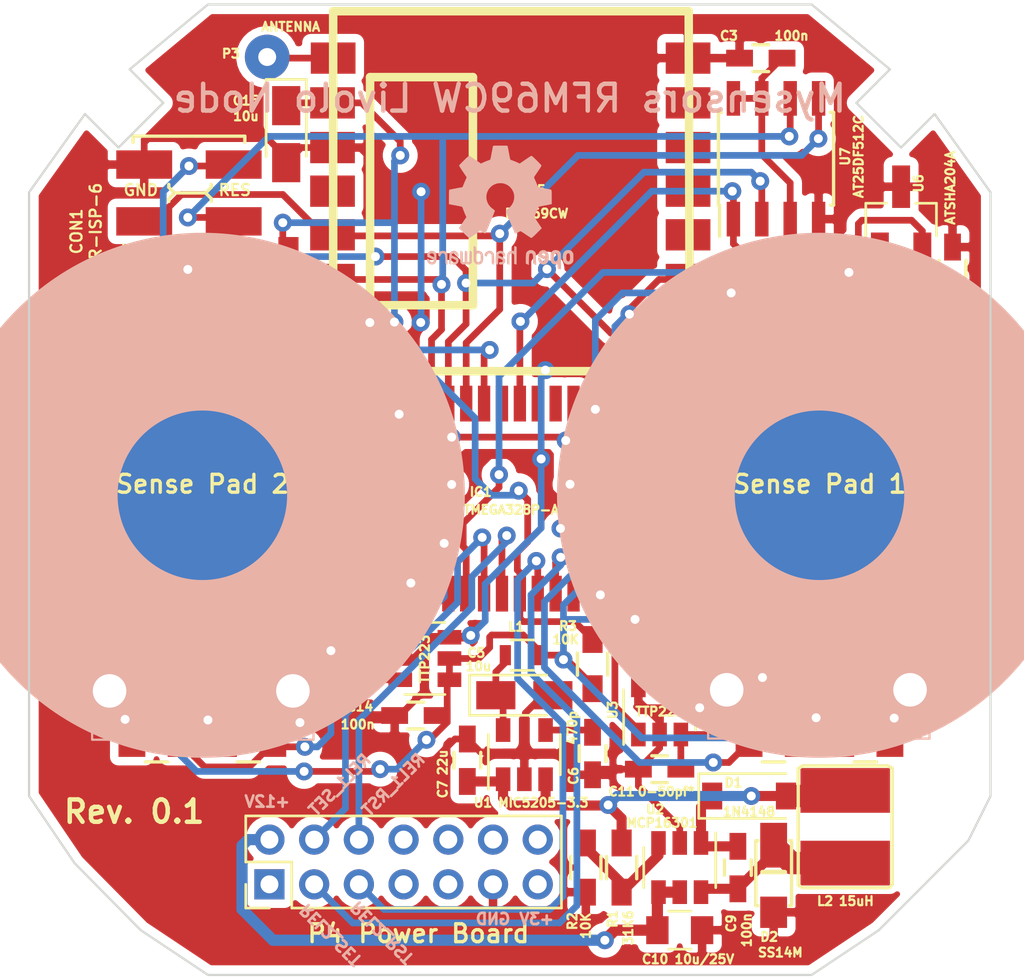
<source format=kicad_pcb>
(kicad_pcb (version 20170123) (host pcbnew no-vcs-found-6cefb68~58~ubuntu16.04.1)
  (layers (0 F.Cu signal) (31 B.Cu signal) (34 B.Paste user) (35 F.Paste user) (36 B.SilkS user) (37 F.SilkS user) (38 B.Mask user) (39 F.Mask user) (44 Edge.Cuts user))
  (net 0 "")
  (net 1 +3V3)
  (net 2 GND)
  (net 3 "Net-(C4-Pad2)")
  (net 4 "Net-(C6-Pad1)")
  (net 5 "Net-(C7-Pad1)")
  (net 6 /RESET)
  (net 7 "Net-(C9-Pad2)")
  (net 8 "Net-(C9-Pad1)")
  (net 9 /12Vcc)
  (net 10 "Net-(C11-Pad1)")
  (net 11 "Net-(C12-Pad1)")
  (net 12 /MISO)
  (net 13 /SCK)
  (net 14 /MOSI)
  (net 15 "Net-(D3-Pad2)")
  (net 16 "Net-(D4-Pad1)")
  (net 17 "Net-(D5-Pad1)")
  (net 18 "Net-(D6-Pad2)")
  (net 19 /INT)
  (net 20 /TS2)
  (net 21 /S2_LEDs)
  (net 22 /TS1)
  (net 23 /S1_LEDs)
  (net 24 "Net-(P3-Pad1)")
  (net 25 "Net-(R1-Pad1)")
  (net 26 /Relay2_Reset)
  (net 27 /Relay1_Reset)
  (net 28 /Relay2_Set)
  (net 29 /Relay1_Set)
  (net 30 /ATSHA204A)
  (net 31 /RADIO_SS)
  (net 32 /FLASH_SS)
  (net 33 "Net-(C5-Pad1)")
  (module myfootprints:Livolo_EU_SW_2_Channel_1Way_Frame_VL-C702X-2_Ver_C1 (layer B.Cu) (at 142.3 92 180)
    (fp_text reference REF** hide)
    (fp_text value Livolo_EU_SW_2Ways_Frame_VL-C702X-2_Ver_C1 hide)
  )
  (module Capacitors_SMD:C_0805 (layer F.Cu) (at 150 111.6)
    (fp_text reference C10 (at -1.1 1.3) (layer F.SilkS) (effects (font (size 0.4 0.4) (thickness 0.1))))
    (fp_text value 10u/25V (at 1.1 1.3) (layer F.SilkS) (effects (font (size 0.4 0.4) (thickness 0.1))))
    (pad 1 smd rect (at -1 0) (size 1 1.25) (layers F.Cu F.Paste F.Mask) (net 9 /12Vcc))
    (pad 2 smd rect (at 1 0) (size 1 1.25) (layers F.Cu F.Paste F.Mask) (net 2 GND))
  )
  (module myfootprints:VLCF4020T-150MR68 (layer F.Cu) (at 157.4 107.1)
    (fp_text reference L2 (at -0.9 3.2 -180) (layer F.SilkS) (effects (font (size 0.4 0.4) (thickness 0.1))))
    (fp_text value 15uH (at 0.5 3.2 -180) (layer F.SilkS) (effects (font (size 0.4 0.4) (thickness 0.1))))
    (pad 1 smd rect (at 0 -1.75) (size 4 2) (layers F.Cu F.Paste F.Mask) (net 5 "Net-(C7-Pad1)"))
    (pad 2 smd rect (at 0 1.5) (size 4 2) (layers F.Cu F.Paste F.Mask) (net 7 "Net-(C9-Pad2)"))
  )
  (module myfootprints:SS14M (layer F.Cu) (at 154.2 109.3 270)
    (fp_text reference D2 (at 2.6 0.2) (layer F.SilkS) (effects (font (size 0.4 0.4) (thickness 0.1))))
    (fp_text value SS14M (at 3.3 -0.3) (layer F.SilkS) (effects (font (size 0.4 0.4) (thickness 0.1))))
    (pad 1 smd rect (at -1.5 0 270) (size 2 1.2) (layers F.Cu F.Paste F.Mask) (net 7 "Net-(C9-Pad2)"))
    (pad 2 smd rect (at 1.5 0 270) (size 1.4 1.2) (layers F.Cu F.Paste F.Mask) (net 2 GND))
  )
  (module Resistors_SMD:R_0603_HandSoldering (layer F.Cu) (at 145.8 108.8 90)
    (fp_text reference R2 (at -2.4 -0.6 90) (layer F.SilkS) (effects (font (size 0.4 0.4) (thickness 0.1))))
    (fp_text value 10K (at -2.6 0 90) (layer F.SilkS) (effects (font (size 0.4 0.4) (thickness 0.1))))
    (pad 2 smd rect (at 1.1 0 90) (size 1.2 0.9) (layers F.Cu F.Paste F.Mask) (net 25 "Net-(R1-Pad1)"))
    (pad 1 smd rect (at -1.1 0 90) (size 1.2 0.9) (layers F.Cu F.Paste F.Mask) (net 2 GND))
  )
  (module TO_SOT_Packages_SMD:SOT-23-6 (layer F.Cu) (at 150 108.8 270)
    (fp_text reference U2 (at -2.6 1.1) (layer F.SilkS) (effects (font (size 0.4 0.4) (thickness 0.1))))
    (fp_text value MCP16301 (at -2 0.8 180) (layer F.SilkS) (effects (font (size 0.4 0.4) (thickness 0.1))))
    (pad 5 smd rect (at 1.1 0 270) (size 1.06 0.65) (layers F.Cu F.Paste F.Mask) (net 9 /12Vcc))
    (pad 6 smd rect (at 1.1 -0.95 270) (size 1.06 0.65) (layers F.Cu F.Paste F.Mask) (net 7 "Net-(C9-Pad2)"))
    (pad 4 smd rect (at 1.1 0.95 270) (size 1.06 0.65) (layers F.Cu F.Paste F.Mask) (net 9 /12Vcc))
    (pad 3 smd rect (at -1.1 0.95 270) (size 1.06 0.65) (layers F.Cu F.Paste F.Mask) (net 25 "Net-(R1-Pad1)"))
    (pad 2 smd rect (at -1.1 0 270) (size 1.06 0.65) (layers F.Cu F.Paste F.Mask) (net 2 GND))
    (pad 1 smd rect (at -1.1 -0.95 270) (size 1.06 0.65) (layers F.Cu F.Paste F.Mask) (net 8 "Net-(C9-Pad1)"))
  )
  (module myfootprints:AVR_ISP_SMT_Small_02x03 (layer F.Cu) (at 128.05 79.9 90)
    (fp_text reference CON1 (at -0.45 -5.03 90) (layer F.SilkS) (effects (font (size 0.5 0.5) (thickness 0.1))))
    (fp_text value AVR-ISP-6 (at -0.43 -4.17 270) (layer F.SilkS) (effects (font (size 0.5 0.5) (thickness 0.1))))
    (pad 2 smd rect (at -2.54 -2 90) (size 1.27 2.5) (layers F.Cu F.Paste F.Mask) (net 1 +3V3))
    (pad 4 smd rect (at 0 -2 90) (size 1.27 2.5) (layers F.Cu F.Paste F.Mask) (net 14 /MOSI))
    (pad 6 smd rect (at 2.54 -2 90) (size 1.27 2.5) (layers F.Cu F.Paste F.Mask) (net 2 GND))
    (pad 5 smd rect (at 2.54 2 90) (size 1.27 2.5) (layers F.Cu F.Paste F.Mask) (net 6 /RESET))
    (pad 3 smd rect (at 0 2 90) (size 1.27 2.5) (layers F.Cu F.Paste F.Mask) (net 13 /SCK))
    (pad 1 smd rect (at -2.5 2 90) (size 1.27 2.5) (layers F.Cu F.Paste F.Mask) (net 12 /MISO))
  )
  (module Capacitors_Tantalum_SMD:CP_Tantalum_Case-R_EIA-2012-12_Wave (layer F.Cu) (at 143.05 101.092)
    (fp_text reference C5 (at -2.15 -1.892) (layer F.SilkS) (effects (font (size 0.4 0.4) (thickness 0.1))))
    (fp_text value 10u (at -2.05 -1.292) (layer F.SilkS) (effects (font (size 0.4 0.4) (thickness 0.1))))
    (pad 1 smd rect (at -1.275 0) (size 1.75 1.26) (layers F.Cu F.Paste F.Mask) (net 33 "Net-(C5-Pad1)"))
    (pad 2 smd rect (at 1.275 0) (size 1.75 1.26) (layers F.Cu F.Paste F.Mask) (net 2 GND))
  )
  (module myfootprints:touch_pad_16mm (layer F.Cu) (at 156.25 92.15)
    (fp_text reference P1 hide)
    (fp_text value "Sense Pad 1" (at 0 -0.5) (layer F.SilkS) (effects (font (size 0.8 0.8))))
    (pad 1 smd circle (at 0 0) (size 15.5 15.5) (layers B.Cu) (net 10 "Net-(C11-Pad1)"))
  )
  (module myfootprints:touch_pad_16mm (layer F.Cu) (at 128.65 92.15)
    (fp_text reference P2 hide)
    (fp_text value "Sense Pad 2" (at 0 -0.5) (layer F.SilkS) (effects (font (size 0.8 0.8))))
    (pad 1 smd circle (at 0 0) (size 15.5 15.5) (layers B.Cu) (net 11 "Net-(C12-Pad1)"))
  )
  (module Resistors_SMD:R_0603_HandSoldering (layer F.Cu) (at 159.766 83.312 180)
    (fp_text reference R10 (at 0.866 -1.238 180) (layer F.SilkS) (effects (font (size 0.4 0.4) (thickness 0.1))))
    (fp_text value 1K (at -0.762 -1.27 180) (layer F.SilkS) (effects (font (size 0.4 0.4) (thickness 0.1))))
    (pad 1 smd rect (at -1.1 0 180) (size 1.2 0.9) (layers F.Cu F.Paste F.Mask) (net 1 +3V3))
    (pad 2 smd rect (at 1.1 0 180) (size 1.2 0.9) (layers F.Cu F.Paste F.Mask) (net 30 /ATSHA204A))
  )
  (module Symbols:OSHW-Logo2_7.3x6mm_SilkScreen (layer B.Cu) (at 141.975 79.275 180)
    (fp_text reference REF*** hide)
    (fp_text value OSHW-Logo2_7.3x6mm_SilkScreen hide)
  )
  (module Capacitors_SMD:C_0603_HandSoldering (layer F.Cu) (at 153.625 72.6)
    (fp_text reference C3 (at -1.425 -1 180) (layer F.SilkS) (effects (font (size 0.4 0.4) (thickness 0.1))))
    (fp_text value 100n (at 1.375 -1 180) (layer F.SilkS) (effects (font (size 0.4 0.4) (thickness 0.1))))
    (pad 1 smd rect (at -0.95 0) (size 1.2 0.75) (layers F.Cu F.Paste F.Mask) (net 2 GND))
    (pad 2 smd rect (at 0.95 0) (size 1.2 0.75) (layers F.Cu F.Paste F.Mask) (net 1 +3V3))
  )
  (module myfootprints:hole_1.5mm (layer F.Cu) (at 152.1 100.85)
    (fp_text reference REF** hide)
    (fp_text value hole_1.5mm hide)
    (pad "" np_thru_hole circle (at 0 0) (size 1.5 1.5) (drill 1.5) (layers *.Cu *.Mask))
  )
  (module myfootprints:hole_1.5mm (layer F.Cu) (at 160.3 100.85)
    (fp_text reference REF** hide)
    (fp_text value hole_1.5mm hide)
    (pad "" np_thru_hole circle (at 0 0) (size 1.5 1.5) (drill 1.5) (layers *.Cu *.Mask))
  )
  (module myfootprints:hole_1.5mm (layer F.Cu) (at 132.7 100.9)
    (fp_text reference REF** hide)
    (fp_text value hole_1.5mm hide)
    (pad "" np_thru_hole circle (at 0 0) (size 1.5 1.5) (drill 1.5) (layers *.Cu *.Mask))
  )
  (module myfootprints:hole_1.5mm (layer F.Cu) (at 124.5 100.9)
    (fp_text reference REF** hide)
    (fp_text value hole_1.5mm hide)
    (pad "" np_thru_hole circle (at 0 0) (size 1.5 1.5) (drill 1.5) (layers *.Cu *.Mask))
  )
  (module Capacitors_SMD:C_0402 (layer F.Cu) (at 137.15 96.9)
    (fp_text reference C4 (at -1.75 -1.35 180) (layer F.SilkS) (effects (font (size 0.4 0.4) (thickness 0.1))))
    (fp_text value 100n (at -1.3 -0.65 180) (layer F.SilkS) (effects (font (size 0.4 0.4) (thickness 0.1))))
    (pad 1 smd rect (at -0.55 0) (size 0.6 0.5) (layers F.Cu F.Paste F.Mask) (net 2 GND))
    (pad 2 smd rect (at 0.55 0) (size 0.6 0.5) (layers F.Cu F.Paste F.Mask) (net 3 "Net-(C4-Pad2)"))
  )
  (module Capacitors_SMD:C_0402 (layer F.Cu) (at 137.35 87.5 180)
    (fp_text reference C2 (at 1.5 0.275 180) (layer F.SilkS) (effects (font (size 0.4 0.4) (thickness 0.1))))
    (fp_text value 100n (at 1.85 -0.4 180) (layer F.SilkS) (effects (font (size 0.4 0.4) (thickness 0.1))))
    (pad 1 smd rect (at -0.55 0 180) (size 0.6 0.5) (layers F.Cu F.Paste F.Mask) (net 2 GND))
    (pad 2 smd rect (at 0.55 0 180) (size 0.6 0.5) (layers F.Cu F.Paste F.Mask) (net 1 +3V3))
  )
  (module Capacitors_SMD:C_0402 (layer F.Cu) (at 147.5 87.5)
    (fp_text reference C1 (at 1.525 -0.3) (layer F.SilkS) (effects (font (size 0.4 0.4) (thickness 0.1))))
    (fp_text value 100n (at 1.95 0.375) (layer F.SilkS) (effects (font (size 0.4 0.4) (thickness 0.1))))
    (pad 1 smd rect (at -0.55 0) (size 0.6 0.5) (layers F.Cu F.Paste F.Mask) (net 1 +3V3))
    (pad 2 smd rect (at 0.55 0) (size 0.6 0.5) (layers F.Cu F.Paste F.Mask) (net 2 GND))
  )
  (module Capacitors_SMD:C_0603_HandSoldering (layer F.Cu) (at 140.5 104 90)
    (fp_text reference C7 (at -1.3 -1.1 90) (layer F.SilkS) (effects (font (size 0.4 0.4) (thickness 0.1))))
    (fp_text value 22u (at -0.1 -1.1 270) (layer F.SilkS) (effects (font (size 0.4 0.4) (thickness 0.1))))
    (pad 1 smd rect (at -0.95 0 90) (size 1.2 0.75) (layers F.Cu F.Paste F.Mask) (net 5 "Net-(C7-Pad1)"))
    (pad 2 smd rect (at 0.95 0 90) (size 1.2 0.75) (layers F.Cu F.Paste F.Mask) (net 2 GND))
  )
  (module Capacitors_SMD:C_0603_HandSoldering (layer F.Cu) (at 146.1 103.7 270)
    (fp_text reference C6 (at 1 0.85 270) (layer F.SilkS) (effects (font (size 0.4 0.4) (thickness 0.1))))
    (fp_text value 470p (at -1.15 0.9 270) (layer F.SilkS) (effects (font (size 0.4 0.4) (thickness 0.1))))
    (pad 2 smd rect (at 0.95 0 270) (size 1.2 0.75) (layers F.Cu F.Paste F.Mask) (net 2 GND))
    (pad 1 smd rect (at -0.95 0 270) (size 1.2 0.75) (layers F.Cu F.Paste F.Mask) (net 4 "Net-(C6-Pad1)"))
  )
  (module Capacitors_SMD:C_0603_HandSoldering (layer F.Cu) (at 152.6 108.8 270)
    (fp_text reference C9 (at 2.5 0.3 270) (layer F.SilkS) (effects (font (size 0.4 0.4) (thickness 0.1))))
    (fp_text value 100n (at 2.8 -0.4 90) (layer F.SilkS) (effects (font (size 0.4 0.4) (thickness 0.1))))
    (pad 2 smd rect (at 0.95 0 270) (size 1.2 0.75) (layers F.Cu F.Paste F.Mask) (net 7 "Net-(C9-Pad2)"))
    (pad 1 smd rect (at -0.95 0 270) (size 1.2 0.75) (layers F.Cu F.Paste F.Mask) (net 8 "Net-(C9-Pad1)"))
  )
  (module Capacitors_SMD:C_0603_HandSoldering (layer F.Cu) (at 149.1 104.4 180)
    (fp_text reference C11 (at 1.7 -1 180) (layer F.SilkS) (effects (font (size 0.4 0.4) (thickness 0.1))))
    (fp_text value 0-50pf* (at -0.3 -1 180) (layer F.SilkS) (effects (font (size 0.4 0.4) (thickness 0.1))))
    (pad 1 smd rect (at -0.95 0 180) (size 1.2 0.75) (layers F.Cu F.Paste F.Mask) (net 10 "Net-(C11-Pad1)"))
    (pad 2 smd rect (at 0.95 0 180) (size 1.2 0.75) (layers F.Cu F.Paste F.Mask) (net 2 GND))
  )
  (module Capacitors_SMD:C_0603_HandSoldering (layer F.Cu) (at 136 99.35 90)
    (fp_text reference C12 (at -1.25 -1 90) (layer F.SilkS) (effects (font (size 0.4 0.4) (thickness 0.1))))
    (fp_text value 0-50pf* (at 1.55 -1 90) (layer F.SilkS) (effects (font (size 0.4 0.4) (thickness 0.1))))
    (pad 1 smd rect (at -0.95 0 90) (size 1.2 0.75) (layers F.Cu F.Paste F.Mask) (net 11 "Net-(C12-Pad1)"))
    (pad 2 smd rect (at 0.95 0 90) (size 1.2 0.75) (layers F.Cu F.Paste F.Mask) (net 2 GND))
  )
  (module Capacitors_SMD:C_0603_HandSoldering (layer F.Cu) (at 149.2 99.1 180)
    (fp_text reference C13 (at -0.925 1.825 180) (layer F.SilkS) (effects (font (size 0.4 0.4) (thickness 0.1))))
    (fp_text value 100n (at -1.125 1.075 180) (layer F.SilkS) (effects (font (size 0.4 0.4) (thickness 0.1))))
    (pad 2 smd rect (at 0.95 0 180) (size 1.2 0.75) (layers F.Cu F.Paste F.Mask) (net 2 GND))
    (pad 1 smd rect (at -0.95 0 180) (size 1.2 0.75) (layers F.Cu F.Paste F.Mask) (net 1 +3V3))
  )
  (module Capacitors_SMD:C_0603_HandSoldering (layer F.Cu) (at 138.2 102 180)
    (fp_text reference C14 (at 2.5 0.4) (layer F.SilkS) (effects (font (size 0.4 0.4) (thickness 0.1))))
    (fp_text value 100n (at 2.6 -0.4 180) (layer F.SilkS) (effects (font (size 0.4 0.4) (thickness 0.1))))
    (pad 2 smd rect (at 0.95 0 180) (size 1.2 0.75) (layers F.Cu F.Paste F.Mask) (net 2 GND))
    (pad 1 smd rect (at -0.95 0 180) (size 1.2 0.75) (layers F.Cu F.Paste F.Mask) (net 1 +3V3))
  )
  (module Diodes_SMD:SOD-123 (layer F.Cu) (at 153.1 105.6)
    (fp_text reference D1 (at -0.7 -0.6 180) (layer F.SilkS) (effects (font (size 0.4 0.4) (thickness 0.1))))
    (fp_text value 1N4148 (at 0 0.7) (layer F.SilkS) (effects (font (size 0.4 0.4) (thickness 0.1))))
    (pad 2 smd rect (at 1.65 0) (size 0.9 1.2) (layers F.Cu F.Paste F.Mask) (net 5 "Net-(C7-Pad1)"))
    (pad 1 smd rect (at -1.65 0) (size 0.9 1.2) (layers F.Cu F.Paste F.Mask) (net 8 "Net-(C9-Pad1)"))
  )
  (module Diodes_SMD:D_0603 (layer B.Cu) (at 130.5 102.15 180)
    (fp_text reference D3 (at -0.9 1.05 180) (layer B.SilkS) (effects (font (size 0.4 0.4) (thickness 0.1)) (justify mirror)))
    (fp_text value Blue (at 0.6 1.05 180) (layer B.SilkS) (effects (font (size 0.4 0.4) (thickness 0.1)) (justify mirror)))
    (pad 2 smd rect (at 0.85 0 180) (size 0.6 0.8) (layers B.Cu B.Paste B.Mask) (net 15 "Net-(D3-Pad2)"))
    (pad 1 smd rect (at -0.85 0 180) (size 0.6 0.8) (layers B.Cu B.Paste B.Mask) (net 2 GND))
  )
  (module Diodes_SMD:D_0603 (layer B.Cu) (at 126.85 102.15)
    (fp_text reference D4 (at 0.9 -1.05) (layer B.SilkS) (effects (font (size 0.4 0.4) (thickness 0.1)) (justify mirror)))
    (fp_text value Red (at -0.6 -1.05) (layer B.SilkS) (effects (font (size 0.4 0.4) (thickness 0.1)) (justify mirror)))
    (pad 1 smd rect (at -0.85 0) (size 0.6 0.8) (layers B.Cu B.Paste B.Mask) (net 16 "Net-(D4-Pad1)"))
    (pad 2 smd rect (at 0.85 0) (size 0.6 0.8) (layers B.Cu B.Paste B.Mask) (net 1 +3V3))
  )
  (module Diodes_SMD:D_0603 (layer B.Cu) (at 157.95 102.15 180)
    (fp_text reference D5 (at -0.85 1.05 180) (layer B.SilkS) (effects (font (size 0.4 0.4) (thickness 0.1)) (justify mirror)))
    (fp_text value Red (at 0.65 1.05 180) (layer B.SilkS) (effects (font (size 0.4 0.4) (thickness 0.1)) (justify mirror)))
    (pad 1 smd rect (at -0.85 0 180) (size 0.6 0.8) (layers B.Cu B.Paste B.Mask) (net 17 "Net-(D5-Pad1)"))
    (pad 2 smd rect (at 0.85 0 180) (size 0.6 0.8) (layers B.Cu B.Paste B.Mask) (net 1 +3V3))
  )
  (module Diodes_SMD:D_0603 (layer B.Cu) (at 154.6 102.15)
    (fp_text reference D6 (at 1 -1.05) (layer B.SilkS) (effects (font (size 0.4 0.4) (thickness 0.1)) (justify mirror)))
    (fp_text value Blue (at -0.6 -1.05) (layer B.SilkS) (effects (font (size 0.4 0.4) (thickness 0.1)) (justify mirror)))
    (pad 2 smd rect (at 0.85 0) (size 0.6 0.8) (layers B.Cu B.Paste B.Mask) (net 18 "Net-(D6-Pad2)"))
    (pad 1 smd rect (at -0.85 0) (size 0.6 0.8) (layers B.Cu B.Paste B.Mask) (net 2 GND))
  )
  (module Housings_QFP:TQFP-32_7x7mm_Pitch0.8mm (layer F.Cu) (at 142.45 92.3 180)
    (fp_text reference IC1 (at 1.35 0.3) (layer F.SilkS) (effects (font (size 0.4 0.4) (thickness 0.1))))
    (fp_text value ATMEGA328P-AU (at -0.05 -0.5) (layer F.SilkS) (effects (font (size 0.4 0.4) (thickness 0.1))))
    (pad 32 smd rect (at -2.8 -4.25 270) (size 1.6 0.55) (layers F.Cu F.Paste F.Mask) (net 19 /INT))
    (pad 31 smd rect (at -2 -4.25 270) (size 1.6 0.55) (layers F.Cu F.Paste F.Mask) (net 26 /Relay2_Reset))
    (pad 30 smd rect (at -1.2 -4.25 270) (size 1.6 0.55) (layers F.Cu F.Paste F.Mask) (net 28 /Relay2_Set))
    (pad 29 smd rect (at -0.4 -4.25 270) (size 1.6 0.55) (layers F.Cu F.Paste F.Mask) (net 6 /RESET))
    (pad 28 smd rect (at 0.4 -4.25 270) (size 1.6 0.55) (layers F.Cu F.Paste F.Mask) (net 27 /Relay1_Reset))
    (pad 27 smd rect (at 1.2 -4.25 270) (size 1.6 0.55) (layers F.Cu F.Paste F.Mask) (net 29 /Relay1_Set))
    (pad 26 smd rect (at 2 -4.25 270) (size 1.6 0.55) (layers F.Cu F.Paste F.Mask) (net 30 /ATSHA204A))
    (pad 25 smd rect (at 2.8 -4.25 270) (size 1.6 0.55) (layers F.Cu F.Paste F.Mask))
    (pad 24 smd rect (at 4.25 -2.8 180) (size 1.6 0.55) (layers F.Cu F.Paste F.Mask) (net 20 /TS2))
    (pad 23 smd rect (at 4.25 -2 180) (size 1.6 0.55) (layers F.Cu F.Paste F.Mask) (net 21 /S2_LEDs))
    (pad 22 smd rect (at 4.25 -1.2 180) (size 1.6 0.55) (layers F.Cu F.Paste F.Mask))
    (pad 21 smd rect (at 4.25 -0.4 180) (size 1.6 0.55) (layers F.Cu F.Paste F.Mask) (net 2 GND))
    (pad 20 smd rect (at 4.25 0.4 180) (size 1.6 0.55) (layers F.Cu F.Paste F.Mask) (net 3 "Net-(C4-Pad2)"))
    (pad 19 smd rect (at 4.25 1.2 180) (size 1.6 0.55) (layers F.Cu F.Paste F.Mask))
    (pad 18 smd rect (at 4.25 2 180) (size 1.6 0.55) (layers F.Cu F.Paste F.Mask) (net 1 +3V3))
    (pad 17 smd rect (at 4.25 2.8 180) (size 1.6 0.55) (layers F.Cu F.Paste F.Mask) (net 13 /SCK))
    (pad 16 smd rect (at 2.8 4.25 270) (size 1.6 0.55) (layers F.Cu F.Paste F.Mask) (net 12 /MISO))
    (pad 15 smd rect (at 2 4.25 270) (size 1.6 0.55) (layers F.Cu F.Paste F.Mask) (net 14 /MOSI))
    (pad 14 smd rect (at 1.2 4.25 270) (size 1.6 0.55) (layers F.Cu F.Paste F.Mask) (net 31 /RADIO_SS))
    (pad 13 smd rect (at 0.4 4.25 270) (size 1.6 0.55) (layers F.Cu F.Paste F.Mask))
    (pad 12 smd rect (at -0.4 4.25 270) (size 1.6 0.55) (layers F.Cu F.Paste F.Mask) (net 32 /FLASH_SS))
    (pad 11 smd rect (at -1.2 4.25 270) (size 1.6 0.55) (layers F.Cu F.Paste F.Mask))
    (pad 10 smd rect (at -2 4.25 270) (size 1.6 0.55) (layers F.Cu F.Paste F.Mask))
    (pad 9 smd rect (at -2.8 4.25 270) (size 1.6 0.55) (layers F.Cu F.Paste F.Mask))
    (pad 8 smd rect (at -4.25 2.8 180) (size 1.6 0.55) (layers F.Cu F.Paste F.Mask))
    (pad 7 smd rect (at -4.25 2 180) (size 1.6 0.55) (layers F.Cu F.Paste F.Mask))
    (pad 6 smd rect (at -4.25 1.2 180) (size 1.6 0.55) (layers F.Cu F.Paste F.Mask) (net 1 +3V3))
    (pad 5 smd rect (at -4.25 0.4 180) (size 1.6 0.55) (layers F.Cu F.Paste F.Mask) (net 2 GND))
    (pad 4 smd rect (at -4.25 -0.4 180) (size 1.6 0.55) (layers F.Cu F.Paste F.Mask) (net 1 +3V3))
    (pad 3 smd rect (at -4.25 -1.2 180) (size 1.6 0.55) (layers F.Cu F.Paste F.Mask) (net 2 GND))
    (pad 2 smd rect (at -4.25 -2 180) (size 1.6 0.55) (layers F.Cu F.Paste F.Mask) (net 23 /S1_LEDs))
    (pad 1 smd rect (at -4.25 -2.8 180) (size 1.6 0.55) (layers F.Cu F.Paste F.Mask) (net 22 /TS1))
  )
  (module Wire_Pads:SolderWirePad_single_0-8mmDrill (layer F.Cu) (at 131.55 72.55)
    (fp_text reference P3 (at -1.625 -0.15) (layer F.SilkS) (effects (font (size 0.4 0.4) (thickness 0.1))))
    (fp_text value ANTENNA (at 1.05 -1.35) (layer F.SilkS) (effects (font (size 0.4 0.4) (thickness 0.1))))
    (pad 1 thru_hole circle (at 0 0) (size 1.99898 1.99898) (drill 0.8001) (layers *.Cu *.Mask) (net 24 "Net-(P3-Pad1)"))
  )
  (module Resistors_SMD:R_0603_HandSoldering (layer F.Cu) (at 147.4 108.8 90)
    (fp_text reference R1 (at -2.3 -0.4 90) (layer F.SilkS) (effects (font (size 0.4 0.4) (thickness 0.1))))
    (fp_text value 31K6 (at -2.7 0.3 90) (layer F.SilkS) (effects (font (size 0.4 0.4) (thickness 0.1))))
    (pad 1 smd rect (at -1.1 0 90) (size 1.2 0.9) (layers F.Cu F.Paste F.Mask) (net 25 "Net-(R1-Pad1)"))
    (pad 2 smd rect (at 1.1 0 90) (size 1.2 0.9) (layers F.Cu F.Paste F.Mask) (net 5 "Net-(C7-Pad1)"))
  )
  (module Resistors_SMD:R_0603_HandSoldering (layer F.Cu) (at 146.1 99.7 90)
    (fp_text reference R3 (at 1.7 -1.1 180) (layer F.SilkS) (effects (font (size 0.4 0.4) (thickness 0.1))))
    (fp_text value 10K (at 1.1 -1.2) (layer F.SilkS) (effects (font (size 0.4 0.4) (thickness 0.1))))
    (pad 1 smd rect (at -1.1 0 90) (size 1.2 0.9) (layers F.Cu F.Paste F.Mask) (net 1 +3V3))
    (pad 2 smd rect (at 1.1 0 90) (size 1.2 0.9) (layers F.Cu F.Paste F.Mask) (net 6 /RESET))
  )
  (module Resistors_SMD:R_0603_HandSoldering (layer F.Cu) (at 132.5 82.3 90)
    (fp_text reference R4 (at -2.35 0.075 180) (layer F.SilkS) (effects (font (size 0.4 0.4) (thickness 0.1))))
    (fp_text value 56K (at -3.125 0.05 180) (layer F.SilkS) (effects (font (size 0.4 0.4) (thickness 0.1))))
    (pad 2 smd rect (at 1.1 0 90) (size 1.2 0.9) (layers F.Cu F.Paste F.Mask) (net 1 +3V3))
    (pad 1 smd rect (at -1.1 0 90) (size 1.2 0.9) (layers F.Cu F.Paste F.Mask) (net 31 /RADIO_SS))
  )
  (module Resistors_SMD:R_0603_HandSoldering (layer F.Cu) (at 154.2 103.4 180)
    (fp_text reference R5 (at 0.9 1.2 180) (layer F.SilkS) (effects (font (size 0.4 0.4) (thickness 0.1))))
    (fp_text value 1K* (at -0.7 1.2 180) (layer F.SilkS) (effects (font (size 0.4 0.4) (thickness 0.1))))
    (pad 1 smd rect (at -1.1 0 180) (size 1.2 0.9) (layers F.Cu F.Paste F.Mask) (net 18 "Net-(D6-Pad2)"))
    (pad 2 smd rect (at 1.1 0 180) (size 1.2 0.9) (layers F.Cu F.Paste F.Mask) (net 23 /S1_LEDs))
  )
  (module Resistors_SMD:R_0603_HandSoldering (layer F.Cu) (at 158.3 103.4 180)
    (fp_text reference R6 (at 1.2 1.2) (layer F.SilkS) (effects (font (size 0.4 0.4) (thickness 0.1))))
    (fp_text value 1K* (at -0.1 1.2) (layer F.SilkS) (effects (font (size 0.4 0.4) (thickness 0.1))))
    (pad 2 smd rect (at 1.1 0 180) (size 1.2 0.9) (layers F.Cu F.Paste F.Mask) (net 23 /S1_LEDs))
    (pad 1 smd rect (at -1.1 0 180) (size 1.2 0.9) (layers F.Cu F.Paste F.Mask) (net 17 "Net-(D5-Pad1)"))
  )
  (module Resistors_SMD:R_0603_HandSoldering (layer F.Cu) (at 130.7 103.4)
    (fp_text reference R7 (at -0.7 -1.2) (layer F.SilkS) (effects (font (size 0.4 0.4) (thickness 0.1))))
    (fp_text value 1K* (at 0.7 -1.2) (layer F.SilkS) (effects (font (size 0.4 0.4) (thickness 0.1))))
    (pad 1 smd rect (at -1.1 0) (size 1.2 0.9) (layers F.Cu F.Paste F.Mask) (net 15 "Net-(D3-Pad2)"))
    (pad 2 smd rect (at 1.1 0) (size 1.2 0.9) (layers F.Cu F.Paste F.Mask) (net 21 /S2_LEDs))
  )
  (module Resistors_SMD:R_0603_HandSoldering (layer F.Cu) (at 126.6 103.4)
    (fp_text reference R8 (at -0.3 -1.2 -180) (layer F.SilkS) (effects (font (size 0.4 0.4) (thickness 0.1))))
    (fp_text value 1K* (at 1 -1.2 -180) (layer F.SilkS) (effects (font (size 0.4 0.4) (thickness 0.1))))
    (pad 2 smd rect (at 1.1 0) (size 1.2 0.9) (layers F.Cu F.Paste F.Mask) (net 21 /S2_LEDs))
    (pad 1 smd rect (at -1.1 0) (size 1.2 0.9) (layers F.Cu F.Paste F.Mask) (net 16 "Net-(D4-Pad1)"))
  )
  (module TO_SOT_Packages_SMD:SOT-23-5 (layer F.Cu) (at 143.05 103.75 90)
    (fp_text reference U1 (at -2.15 -1.85 180) (layer F.SilkS) (effects (font (size 0.4 0.4) (thickness 0.1))))
    (fp_text value MIC5205-3.3 (at -2.15 0.85 180) (layer F.SilkS) (effects (font (size 0.4 0.4) (thickness 0.1))))
    (pad 5 smd rect (at 1.1 -0.95 90) (size 1.06 0.65) (layers F.Cu F.Paste F.Mask) (net 33 "Net-(C5-Pad1)"))
    (pad 4 smd rect (at 1.1 0.95 90) (size 1.06 0.65) (layers F.Cu F.Paste F.Mask) (net 4 "Net-(C6-Pad1)"))
    (pad 3 smd rect (at -1.1 0.95 90) (size 1.06 0.65) (layers F.Cu F.Paste F.Mask) (net 5 "Net-(C7-Pad1)"))
    (pad 2 smd rect (at -1.1 0 90) (size 1.06 0.65) (layers F.Cu F.Paste F.Mask) (net 2 GND))
    (pad 1 smd rect (at -1.1 -0.95 90) (size 1.06 0.65) (layers F.Cu F.Paste F.Mask) (net 5 "Net-(C7-Pad1)"))
  )
  (module TO_SOT_Packages_SMD:SOT-23-6 (layer F.Cu) (at 149.1 101.75 90)
    (fp_text reference U3 (at 0 -2.1 270) (layer F.SilkS) (effects (font (size 0.4 0.4) (thickness 0.1))))
    (fp_text value TTP223 (at -0.075 0) (layer F.SilkS) (effects (font (size 0.4 0.4) (thickness 0.1))))
    (pad 5 smd rect (at 1.1 0 90) (size 1.06 0.65) (layers F.Cu F.Paste F.Mask) (net 1 +3V3))
    (pad 6 smd rect (at 1.1 -0.95 90) (size 1.06 0.65) (layers F.Cu F.Paste F.Mask) (net 2 GND))
    (pad 4 smd rect (at 1.1 0.95 90) (size 1.06 0.65) (layers F.Cu F.Paste F.Mask) (net 1 +3V3))
    (pad 3 smd rect (at -1.1 0.95 90) (size 1.06 0.65) (layers F.Cu F.Paste F.Mask) (net 10 "Net-(C11-Pad1)"))
    (pad 2 smd rect (at -1.1 0 90) (size 1.06 0.65) (layers F.Cu F.Paste F.Mask) (net 2 GND))
    (pad 1 smd rect (at -1.1 -0.95 90) (size 1.06 0.65) (layers F.Cu F.Paste F.Mask) (net 22 /TS1))
  )
  (module TO_SOT_Packages_SMD:SOT-23-6 (layer F.Cu) (at 138.6 99.45)
    (fp_text reference U4 (at -0.05 -2) (layer F.SilkS) (effects (font (size 0.4 0.4) (thickness 0.1))))
    (fp_text value TTP223 (at 0 0.025 90) (layer F.SilkS) (effects (font (size 0.4 0.4) (thickness 0.1))))
    (pad 1 smd rect (at -1.1 -0.95) (size 1.06 0.65) (layers F.Cu F.Paste F.Mask) (net 20 /TS2))
    (pad 2 smd rect (at -1.1 0) (size 1.06 0.65) (layers F.Cu F.Paste F.Mask) (net 2 GND))
    (pad 3 smd rect (at -1.1 0.95) (size 1.06 0.65) (layers F.Cu F.Paste F.Mask) (net 11 "Net-(C12-Pad1)"))
    (pad 4 smd rect (at 1.1 0.95) (size 1.06 0.65) (layers F.Cu F.Paste F.Mask) (net 1 +3V3))
    (pad 6 smd rect (at 1.1 -0.95) (size 1.06 0.65) (layers F.Cu F.Paste F.Mask) (net 2 GND))
    (pad 5 smd rect (at 1.1 0) (size 1.06 0.65) (layers F.Cu F.Paste F.Mask) (net 1 +3V3))
  )
  (module myfootprints:RFM69CW (layer F.Cu) (at 142.45 78.55)
    (fp_text reference U5 (at 1.15 -0.05) (layer F.SilkS) (effects (font (size 0.4 0.4) (thickness 0.1))))
    (fp_text value RFM69CW (at 1.15 1) (layer F.SilkS) (effects (font (size 0.4 0.4) (thickness 0.1))))
    (pad 1 smd rect (at -7.9502 -5.95122) (size 1.99898 1.39954) (layers F.Cu F.Paste F.Mask) (net 24 "Net-(P3-Pad1)"))
    (pad 2 smd rect (at -7.97814 -3.9497) (size 1.99898 1.39954) (layers F.Cu F.Paste F.Mask) (net 1 +3V3))
    (pad 3 smd rect (at -7.97814 -1.95072) (size 1.99898 1.39954) (layers F.Cu F.Paste F.Mask) (net 2 GND))
    (pad 4 smd rect (at -7.97814 0) (size 1.99898 1.39954) (layers F.Cu F.Paste F.Mask))
    (pad 5 smd rect (at -7.97814 1.95072) (size 1.99898 1.39954) (layers F.Cu F.Paste F.Mask) (net 14 /MOSI))
    (pad 6 smd rect (at -7.97814 3.9497) (size 1.99898 1.39954) (layers F.Cu F.Paste F.Mask) (net 13 /SCK))
    (pad 7 smd rect (at -7.97814 5.95122) (size 1.99898 1.39954) (layers F.Cu F.Paste F.Mask) (net 31 /RADIO_SS))
    (pad 8 smd rect (at 7.92226 5.95122) (size 1.99898 1.39954) (layers F.Cu F.Paste F.Mask) (net 12 /MISO))
    (pad 9 smd rect (at 7.92226 3.9497) (size 1.99898 1.39954) (layers F.Cu F.Paste F.Mask) (net 19 /INT))
    (pad 10 smd rect (at 7.92226 1.95072) (size 1.99898 1.39954) (layers F.Cu F.Paste F.Mask))
    (pad 11 smd rect (at 7.92226 0) (size 1.99898 1.39954) (layers F.Cu F.Paste F.Mask))
    (pad 12 smd rect (at 7.92226 -1.95072) (size 1.99898 1.39954) (layers F.Cu F.Paste F.Mask))
    (pad 13 smd rect (at 7.92226 -3.9497) (size 1.99898 1.39954) (layers F.Cu F.Paste F.Mask))
    (pad 14 smd rect (at 7.92226 -5.95122) (size 1.99898 1.39954) (layers F.Cu F.Paste F.Mask) (net 2 GND))
  )
  (module Capacitors_SMD:C_0603_HandSoldering (layer F.Cu) (at 162.2 82 270)
    (fp_text reference C16 (at 2.95 0.45 270) (layer F.SilkS) (effects (font (size 0.4 0.4) (thickness 0.1))))
    (fp_text value 100n (at 2.7 -0.3 270) (layer F.SilkS) (effects (font (size 0.4 0.4) (thickness 0.1))))
    (pad 2 smd rect (at 0.95 0 270) (size 1.2 0.75) (layers F.Cu F.Paste F.Mask) (net 1 +3V3))
    (pad 1 smd rect (at -0.95 0 270) (size 1.2 0.75) (layers F.Cu F.Paste F.Mask) (net 2 GND))
  )
  (module Resistors_SMD:R_0603_HandSoldering (layer F.Cu) (at 154.3 81.7 180)
    (fp_text reference R9 (at 0.475 -1.375 180) (layer F.SilkS) (effects (font (size 0.4 0.4) (thickness 0.1))))
    (fp_text value 56K (at -1.05 -1.375 180) (layer F.SilkS) (effects (font (size 0.4 0.4) (thickness 0.1))))
    (pad 2 smd rect (at 1.1 0 180) (size 1.2 0.9) (layers F.Cu F.Paste F.Mask) (net 32 /FLASH_SS))
    (pad 1 smd rect (at -1.1 0 180) (size 1.2 0.9) (layers F.Cu F.Paste F.Mask) (net 1 +3V3))
  )
  (module Housings_SOIC:SOIC-8_3.9x4.9mm_Pitch1.27mm (layer F.Cu) (at 154.305 77.1 90)
    (fp_text reference U6 (at -1.1 6.375 270) (layer F.SilkS) (effects (font (size 0.4 0.4) (thickness 0.1))))
    (fp_text value AT25DF512C (at 0.1 3.695 270) (layer F.SilkS) (effects (font (size 0.4 0.4) (thickness 0.1))))
    (pad 8 smd rect (at 2.7 -1.905 90) (size 1.55 0.6) (layers F.Cu F.Paste F.Mask) (net 1 +3V3))
    (pad 7 smd rect (at 2.7 -0.635 90) (size 1.55 0.6) (layers F.Cu F.Paste F.Mask) (net 1 +3V3))
    (pad 6 smd rect (at 2.7 0.635 90) (size 1.55 0.6) (layers F.Cu F.Paste F.Mask) (net 13 /SCK))
    (pad 5 smd rect (at 2.7 1.905 90) (size 1.55 0.6) (layers F.Cu F.Paste F.Mask) (net 14 /MOSI))
    (pad 4 smd rect (at -2.7 1.905 90) (size 1.55 0.6) (layers F.Cu F.Paste F.Mask) (net 2 GND))
    (pad 3 smd rect (at -2.7 0.635 90) (size 1.55 0.6) (layers F.Cu F.Paste F.Mask) (net 1 +3V3))
    (pad 2 smd rect (at -2.7 -0.635 90) (size 1.55 0.6) (layers F.Cu F.Paste F.Mask) (net 12 /MISO))
    (pad 1 smd rect (at -2.7 -1.905 90) (size 1.55 0.6) (layers F.Cu F.Paste F.Mask) (net 32 /FLASH_SS))
  )
  (module TO_SOT_Packages_SMD:SOT-23_Handsoldering (layer F.Cu) (at 159.9 79.85 90)
    (fp_text reference U7 (at 2.85 -2.5 270) (layer F.SilkS) (effects (font (size 0.4 0.4) (thickness 0.1))))
    (fp_text value ATSHA204A (at 1.45 2.2 270) (layer F.SilkS) (effects (font (size 0.4 0.4) (thickness 0.1))))
    (pad 3 smd rect (at 1.5 0 90) (size 1.9 0.8) (layers F.Cu F.Paste F.Mask) (net 2 GND))
    (pad 2 smd rect (at -1.5 0.95 90) (size 1.9 0.8) (layers F.Cu F.Paste F.Mask) (net 1 +3V3))
    (pad 1 smd rect (at -1.5 -0.95 90) (size 1.9 0.8) (layers F.Cu F.Paste F.Mask) (net 30 /ATSHA204A))
  )
  (module Resistors_SMD:R_0603 (layer F.Cu) (at 142.95 99.3 180)
    (fp_text reference L1 (at 0.266 1.27 180) (layer F.SilkS) (effects (font (size 0.4 0.4) (thickness 0.1))))
    (fp_text value BLM18HE152SN1D hide)
    (pad 2 smd rect (at 0.75 0 180) (size 0.5 0.9) (layers F.Cu F.Paste F.Mask) (net 33 "Net-(C5-Pad1)"))
    (pad 1 smd rect (at -0.75 0 180) (size 0.5 0.9) (layers F.Cu F.Paste F.Mask) (net 1 +3V3))
  )
  (module Capacitors_Tantalum_SMD:CP_Tantalum_Case-R_EIA-2012-12_Wave (layer F.Cu) (at 132.4 76 270)
    (fp_text reference C15 (at -1.5 1.8) (layer F.SilkS) (effects (font (size 0.4 0.4) (thickness 0.1))))
    (fp_text value 10u (at -0.8 1.8) (layer F.SilkS) (effects (font (size 0.4 0.4) (thickness 0.1))))
    (pad 2 smd rect (at 1.275 0 270) (size 1.75 1.26) (layers F.Cu F.Paste F.Mask) (net 2 GND))
    (pad 1 smd rect (at -1.275 0 270) (size 1.75 1.26) (layers F.Cu F.Paste F.Mask) (net 1 +3V3))
  )
  (module Pin_Headers:Pin_Header_Straight_2x07_Pitch2.00mm (layer F.Cu) (at 131.65 109.55 90)
    (fp_text reference P4 (at -2.2 2.5 180) (layer F.SilkS) (effects (font (size 0.8 0.8))))
    (fp_text value "Power Board" (at -2.2 7.8 180) (layer F.SilkS) (effects (font (size 0.8 0.8))))
    (pad 14 thru_hole oval (at 2 12 90) (size 1.35 1.35) (drill 0.8) (layers *.Cu *.Mask))
    (pad 13 thru_hole oval (at 0 12 90) (size 1.35 1.35) (drill 0.8) (layers *.Cu *.Mask))
    (pad 12 thru_hole oval (at 2 10 90) (size 1.35 1.35) (drill 0.8) (layers *.Cu *.Mask))
    (pad 11 thru_hole oval (at 0 10 90) (size 1.35 1.35) (drill 0.8) (layers *.Cu *.Mask) (net 2 GND))
    (pad 10 thru_hole oval (at 2 8 90) (size 1.35 1.35) (drill 0.8) (layers *.Cu *.Mask))
    (pad 9 thru_hole oval (at 0 8 90) (size 1.35 1.35) (drill 0.8) (layers *.Cu *.Mask))
    (pad 8 thru_hole oval (at 2 6 90) (size 1.35 1.35) (drill 0.8) (layers *.Cu *.Mask))
    (pad 7 thru_hole oval (at 0 6 90) (size 1.35 1.35) (drill 0.8) (layers *.Cu *.Mask))
    (pad 6 thru_hole oval (at 2 4 90) (size 1.35 1.35) (drill 0.8) (layers *.Cu *.Mask) (net 27 /Relay1_Reset))
    (pad 5 thru_hole oval (at 0 4 90) (size 1.35 1.35) (drill 0.8) (layers *.Cu *.Mask) (net 28 /Relay2_Set))
    (pad 4 thru_hole oval (at 2 2 90) (size 1.35 1.35) (drill 0.8) (layers *.Cu *.Mask) (net 29 /Relay1_Set))
    (pad 3 thru_hole oval (at 0 2 90) (size 1.35 1.35) (drill 0.8) (layers *.Cu *.Mask) (net 26 /Relay2_Reset))
    (pad 2 thru_hole oval (at 2 0 90) (size 1.35 1.35) (drill 0.8) (layers *.Cu *.Mask) (net 9 /12Vcc))
    (pad 1 thru_hole rect (at 0 0 90) (size 1.35 1.35) (drill 0.8) (layers *.Cu *.Mask))
  )
  (gr_text +3V (at 143.6 111.1) (layer B.SilkS) (effects (font (size 0.5 0.5) (thickness 0.12)) (justify mirror)))
  (gr_line (start 158.90064 111.60234) (end 162.91 107.59) (layer Edge.Cuts) (width 0.1))
  (gr_line (start 157.89988 74.60216) (end 159.89886 76.60114) (layer Edge.Cuts) (width 0.1))
  (gr_line (start 125.89842 111.60234) (end 128.9007 113.60132) (layer Edge.Cuts) (width 0.1))
  (gr_line (start 163.89936 105.60032) (end 163.89936 78.60012) (layer Edge.Cuts) (width 0.1))
  (gr_line (start 126.89918 74.60216) (end 125.40058 73.10102) (layer Edge.Cuts) (width 0.1))
  (gr_line (start 155.9 70.2) (end 159.39848 73.10102) (layer Edge.Cuts) (width 0.1))
  (gr_line (start 162.91 107.59) (end 163.89936 105.60032) (layer Edge.Cuts) (width 0.1))
  (gr_line (start 120.8997 105.60032) (end 120.8997 78.60012) (layer Edge.Cuts) (width 0.1))
  (gr_line (start 123.39906 75.1) (end 124.9002 76.60114) (layer Edge.Cuts) (width 0.1))
  (gr_line (start 124.9002 76.60114) (end 126.89918 74.60216) (layer Edge.Cuts) (width 0.1))
  (gr_line (start 125.40058 73.10102) (end 128.9 70.2) (layer Edge.Cuts) (width 0.1))
  (gr_line (start 128.9 70.2) (end 155.89766 70.2) (layer Edge.Cuts) (width 0.1))
  (gr_line (start 159.89886 76.60114) (end 161.4 75.1) (layer Edge.Cuts) (width 0.1))
  (gr_line (start 122.94 108.61) (end 125.89842 111.60234) (layer Edge.Cuts) (width 0.1))
  (gr_line (start 155.89836 113.60132) (end 158.90064 111.60234) (layer Edge.Cuts) (width 0.1))
  (gr_line (start 128.9007 113.60132) (end 155.89836 113.60132) (layer Edge.Cuts) (width 0.1))
  (gr_line (start 120.8997 105.60032) (end 122.94 108.61) (layer Edge.Cuts) (width 0.1))
  (gr_line (start 159.39848 73.10102) (end 157.89988 74.60216) (layer Edge.Cuts) (width 0.1))
  (gr_line (start 120.8997 78.60012) (end 123.39906 75.1) (layer Edge.Cuts) (width 0.1))
  (gr_line (start 161.4 75.1) (end 163.89936 78.60012) (layer Edge.Cuts) (width 0.1))
  (gr_text REL1_SET (at 134.8 105.1 45) (layer B.SilkS) (effects (font (size 0.5 0.5) (thickness 0.12)) (justify mirror)))
  (gr_text REL1_RST (at 137.2 105.1 45) (layer B.SilkS) (effects (font (size 0.5 0.5) (thickness 0.12)) (justify mirror)))
  (gr_text REL2_RST (at 136.7 111.7 135) (layer B.SilkS) (effects (font (size 0.5 0.5) (thickness 0.12)) (justify mirror)))
  (gr_text REL2_SET (at 134.4 111.8 135) (layer B.SilkS) (effects (font (size 0.5 0.5) (thickness 0.12)) (justify mirror)))
  (gr_text "Rev. 0.1" (at 125.6 106.3) (layer F.SilkS) (effects (font (size 1 1) (thickness 0.2))))
  (gr_text RES (at 130.1 78.5) (layer F.SilkS) (effects (font (size 0.5 0.5) (thickness 0.1))))
  (gr_text SCK (at 130.1 81.2) (layer F.SilkS) (effects (font (size 0.5 0.5) (thickness 0.1))))
  (gr_text MISO (at 130.125 84.35) (layer F.SilkS) (effects (font (size 0.5 0.5) (thickness 0.1))))
  (gr_text GND (at 125.9 78.5) (layer F.SilkS) (effects (font (size 0.5 0.5) (thickness 0.1))))
  (gr_text MOSI (at 125.9 81.2) (layer F.SilkS) (effects (font (size 0.5 0.5) (thickness 0.1))))
  (gr_text 3V3 (at 125.975 84.375) (layer F.SilkS) (effects (font (size 0.5 0.5) (thickness 0.1))))
  (gr_text GND (at 141.65 111.1) (layer B.SilkS) (effects (font (size 0.5 0.5) (thickness 0.12)) (justify mirror)))
  (gr_text +12V (at 131.55 105.85) (layer B.SilkS) (effects (font (size 0.5 0.5) (thickness 0.12)) (justify mirror)))
  (gr_text "Mysensors RFM69CW Livolo Node" (at 142.4 74.4) (layer B.SilkS) (effects (font (size 1.2 1.2) (thickness 0.2)) (justify mirror)))
  (segment (start 137.240702 84.402819) (end 137.240702 80) (width 0.3) (layer B.Cu) (net 1))
  (segment (start 137.240702 80) (end 137.240702 77.209306) (width 0.3) (layer B.Cu) (net 1))
  (segment (start 132.24734 79.958848) (end 137.19955 79.958848) (width 0.3) (layer B.Cu) (net 1))
  (segment (start 137.19955 79.958848) (end 137.240702 80) (width 0.3) (layer B.Cu) (net 1))
  (segment (start 137.240702 77.209306) (end 137.499998 76.95001) (width 0.3) (layer B.Cu) (net 1))
  (segment (start 137.240702 84.949774) (end 137.240702 84.402819) (width 0.3) (layer F.Cu) (net 1))
  (via (at 137.240702 84.402819) (size 0.8) (drill 0.4) (layers F.Cu B.Cu) (net 1))
  (segment (start 136.8 87.5) (end 136.8 85.390476) (width 0.3) (layer F.Cu) (net 1))
  (segment (start 136.8 85.390476) (end 137.240702 84.949774) (width 0.3) (layer F.Cu) (net 1))
  (segment (start 146.225009 84.314815) (end 146.225009 88.306238) (width 0.3) (layer B.Cu) (net 1))
  (segment (start 147.439824 83.1) (end 146.225009 84.314815) (width 0.3) (layer B.Cu) (net 1))
  (segment (start 152.3 83.1) (end 147.439824 83.1) (width 0.3) (layer B.Cu) (net 1))
  (segment (start 155.4 81.7) (end 155.25 81.7) (width 0.3) (layer F.Cu) (net 1))
  (segment (start 155.25 81.7) (end 153.85 83.1) (width 0.3) (layer F.Cu) (net 1))
  (segment (start 153.85 83.1) (end 152.3 83.1) (width 0.3) (layer F.Cu) (net 1))
  (via (at 152.3 83.1) (size 0.8) (drill 0.4) (layers F.Cu B.Cu) (net 1))
  (segment (start 137.499998 76.328948) (end 137.499998 76.95001) (width 0.3) (layer F.Cu) (net 1))
  (segment (start 134.47186 74.6003) (end 135.77135 74.6003) (width 0.3) (layer F.Cu) (net 1))
  (segment (start 154.575 72.6) (end 154.35 72.6) (width 0.3) (layer F.Cu) (net 1))
  (via (at 137.499998 76.95001) (size 0.8) (drill 0.4) (layers F.Cu B.Cu) (net 1))
  (segment (start 135.77135 74.6003) (end 137.499998 76.328948) (width 0.3) (layer F.Cu) (net 1))
  (segment (start 153.67 76.911996) (end 153.67 74.4) (width 0.3) (layer F.Cu) (net 1))
  (segment (start 154.94 78.181996) (end 153.67 76.911996) (width 0.3) (layer F.Cu) (net 1))
  (segment (start 154.94 79.8) (end 154.94 78.181996) (width 0.3) (layer F.Cu) (net 1))
  (segment (start 160.85 80.332) (end 160.85 81.35) (width 0.3) (layer F.Cu) (net 1))
  (segment (start 160.368 79.85) (end 160.85 80.332) (width 0.3) (layer F.Cu) (net 1))
  (segment (start 158.148 79.85) (end 160.368 79.85) (width 0.3) (layer F.Cu) (net 1))
  (segment (start 157.988 80.563449) (end 157.988 80.01) (width 0.3) (layer F.Cu) (net 1))
  (segment (start 157.988 80.01) (end 158.148 79.85) (width 0.3) (layer F.Cu) (net 1))
  (segment (start 157.017449 81.534) (end 157.988 80.563449) (width 0.3) (layer F.Cu) (net 1))
  (segment (start 155.448 81.534) (end 157.017449 81.534) (width 0.3) (layer F.Cu) (net 1))
  (segment (start 155.4 81.7) (end 155.4 81.582) (width 0.3) (layer F.Cu) (net 1))
  (segment (start 155.4 81.582) (end 155.448 81.534) (width 0.3) (layer F.Cu) (net 1))
  (segment (start 155.4 81.7) (end 155.7 81.4) (width 0.3) (layer F.Cu) (net 1))
  (segment (start 160.866 83.312) (end 161.838 83.312) (width 0.3) (layer F.Cu) (net 1))
  (segment (start 161.838 83.312) (end 162.2 82.95) (width 0.3) (layer F.Cu) (net 1))
  (segment (start 154.575 72.6) (end 153.67 73.505) (width 0.3) (layer F.Cu) (net 1))
  (segment (start 153.67 73.505) (end 153.67 74.4) (width 0.3) (layer F.Cu) (net 1))
  (segment (start 154.94 79.8) (end 154.94 81.24) (width 0.3) (layer F.Cu) (net 1))
  (segment (start 154.94 81.24) (end 155.4 81.7) (width 0.3) (layer F.Cu) (net 1))
  (segment (start 153.67 74.4) (end 152.4 74.4) (width 0.3) (layer F.Cu) (net 1))
  (segment (start 146.7 91.1) (end 145.65 91.1) (width 0.3) (layer F.Cu) (net 1))
  (segment (start 145.65 91.1) (end 145.092551 91.657449) (width 0.3) (layer F.Cu) (net 1))
  (segment (start 144.9 89.7) (end 144.9 91.464898) (width 0.3) (layer F.Cu) (net 1))
  (segment (start 144.9 91.464898) (end 145.092551 91.657449) (width 0.3) (layer F.Cu) (net 1))
  (segment (start 145.092551 92.011004) (end 145.092551 91.657449) (width 0.3) (layer F.Cu) (net 1))
  (segment (start 145.781547 92.7) (end 145.092551 92.011004) (width 0.3) (layer F.Cu) (net 1))
  (segment (start 146.300009 92.864907) (end 145.092551 91.657449) (width 0.3) (layer B.Cu) (net 1))
  (segment (start 146.300009 95.548533) (end 146.300009 92.864907) (width 0.3) (layer B.Cu) (net 1))
  (segment (start 146.7 92.7) (end 145.781547 92.7) (width 0.3) (layer F.Cu) (net 1))
  (segment (start 144.8 97.7) (end 144.8 97.048542) (width 0.3) (layer B.Cu) (net 1))
  (via (at 145.092551 91.657449) (size 0.8) (drill 0.4) (layers F.Cu B.Cu) (net 1))
  (segment (start 144.8 97.048542) (end 146.300009 95.548533) (width 0.3) (layer B.Cu) (net 1))
  (segment (start 144.8 99.5) (end 144.8 97.7) (width 0.3) (layer B.Cu) (net 1))
  (segment (start 148 97.7) (end 144.8 97.7) (width 0.3) (layer B.Cu) (net 1))
  (segment (start 150.15 99.1) (end 150.15 100.55) (width 0.3) (layer F.Cu) (net 1))
  (segment (start 150.15 100.55) (end 150.05 100.65) (width 0.3) (layer F.Cu) (net 1))
  (segment (start 149.9 99.1) (end 148.5 97.7) (width 0.3) (layer F.Cu) (net 1))
  (segment (start 148.5 97.7) (end 148 97.7) (width 0.3) (layer F.Cu) (net 1))
  (via (at 148 97.7) (size 0.8) (drill 0.4) (layers F.Cu B.Cu) (net 1))
  (segment (start 138.671485 103.086161) (end 138.813839 103.086161) (width 0.3) (layer F.Cu) (net 1))
  (segment (start 138.813839 103.086161) (end 139.6 102.3) (width 0.3) (layer F.Cu) (net 1))
  (segment (start 137.357646 104.4) (end 138.671485 103.086161) (width 0.3) (layer B.Cu) (net 1))
  (segment (start 139.6 102.3) (end 139.6 100.5) (width 0.3) (layer F.Cu) (net 1))
  (segment (start 139.6 100.5) (end 139.7 100.4) (width 0.3) (layer F.Cu) (net 1))
  (via (at 138.671485 103.086161) (size 0.8) (drill 0.4) (layers F.Cu B.Cu) (net 1))
  (segment (start 136.6 104.4) (end 137.357646 104.4) (width 0.3) (layer B.Cu) (net 1))
  (segment (start 144.95 99.5) (end 144.8 99.5) (width 0.3) (layer F.Cu) (net 1))
  (segment (start 148.300001 103.000001) (end 144.8 99.5) (width 0.3) (layer B.Cu) (net 1))
  (segment (start 157.1 102.85) (end 156.949999 103.000001) (width 0.3) (layer B.Cu) (net 1))
  (segment (start 144.6 99.3) (end 144.8 99.5) (width 0.3) (layer F.Cu) (net 1))
  (segment (start 146.1 100.65) (end 144.95 99.5) (width 0.3) (layer F.Cu) (net 1))
  (via (at 144.8 99.5) (size 0.8) (drill 0.4) (layers F.Cu B.Cu) (net 1))
  (segment (start 143.7 99.3) (end 144.6 99.3) (width 0.3) (layer F.Cu) (net 1))
  (segment (start 156.949999 103.000001) (end 148.300001 103.000001) (width 0.3) (layer B.Cu) (net 1))
  (segment (start 157.1 102.15) (end 157.1 102.85) (width 0.3) (layer B.Cu) (net 1))
  (segment (start 146.1 100.8) (end 146.1 100.65) (width 0.3) (layer F.Cu) (net 1))
  (segment (start 139.7 99.45) (end 141.007185 99.45) (width 0.3) (layer F.Cu) (net 1))
  (segment (start 141.007185 99.45) (end 141.499999 98.957186) (width 0.3) (layer F.Cu) (net 1))
  (segment (start 141.499999 98.489999) (end 141.589999 98.399999) (width 0.3) (layer F.Cu) (net 1))
  (segment (start 142.999999 98.399999) (end 143.7 99.1) (width 0.3) (layer F.Cu) (net 1))
  (segment (start 141.499999 98.957186) (end 141.499999 98.489999) (width 0.3) (layer F.Cu) (net 1))
  (segment (start 141.589999 98.399999) (end 142.999999 98.399999) (width 0.3) (layer F.Cu) (net 1))
  (segment (start 143.7 99.1) (end 143.7 99.3) (width 0.3) (layer F.Cu) (net 1))
  (segment (start 133.2 104.5) (end 136.5 104.5) (width 0.3) (layer F.Cu) (net 1))
  (segment (start 136.5 104.5) (end 136.6 104.4) (width 0.3) (layer F.Cu) (net 1))
  (via (at 136.6 104.4) (size 0.8) (drill 0.4) (layers F.Cu B.Cu) (net 1))
  (segment (start 128.392068 104.5) (end 133.2 104.5) (width 0.3) (layer B.Cu) (net 1))
  (segment (start 127.7 102.15) (end 127.7 103.807932) (width 0.3) (layer B.Cu) (net 1))
  (segment (start 127.7 103.807932) (end 128.392068 104.5) (width 0.3) (layer B.Cu) (net 1))
  (via (at 133.2 104.5) (size 0.8) (drill 0.4) (layers F.Cu B.Cu) (net 1))
  (segment (start 132.24734 79.958848) (end 132.24734 80.94734) (width 0.3) (layer F.Cu) (net 1))
  (segment (start 132.24734 80.94734) (end 132.5 81.2) (width 0.3) (layer F.Cu) (net 1))
  (via (at 132.24734 79.958848) (size 0.8) (drill 0.4) (layers F.Cu B.Cu) (net 1))
  (segment (start 134.47186 74.6003) (end 132.5247 74.6003) (width 0.3) (layer F.Cu) (net 1))
  (segment (start 132.5247 74.6003) (end 132.4 74.725) (width 0.3) (layer F.Cu) (net 1))
  (segment (start 126.05 82.44) (end 125.435 82.44) (width 0.3) (layer F.Cu) (net 1))
  (segment (start 150.05 100.65) (end 150.05 100.855) (width 0.3) (layer F.Cu) (net 1))
  (segment (start 136.8 87.5) (end 136.8 87.875) (width 0.3) (layer F.Cu) (net 1))
  (segment (start 136.8 87.875) (end 137.325002 88.4) (width 0.3) (layer F.Cu) (net 1))
  (segment (start 146.225009 88.306238) (end 146.225009 88.224991) (width 0.3) (layer F.Cu) (net 1))
  (segment (start 146.225009 88.224991) (end 146.95 87.5) (width 0.3) (layer F.Cu) (net 1))
  (via (at 146.225009 88.306238) (size 0.8) (drill 0.4) (layers F.Cu B.Cu) (net 1))
  (segment (start 146.225009 88.374991) (end 146.225009 88.306238) (width 0.3) (layer B.Cu) (net 1))
  (segment (start 144.9 89.7) (end 146.225009 88.374991) (width 0.3) (layer B.Cu) (net 1))
  (via (at 144.9 89.7) (size 0.8) (drill 0.4) (layers F.Cu B.Cu) (net 1))
  (segment (start 144.9 89.7) (end 144.750002 89.550002) (width 0.3) (layer F.Cu) (net 1))
  (segment (start 137.325002 88.4) (end 137.45 88.524998) (width 0.3) (layer F.Cu) (net 1))
  (segment (start 139.8 89.550002) (end 139.8 89.775) (width 0.3) (layer F.Cu) (net 1))
  (segment (start 139.8 89.775) (end 139.275 90.3) (width 0.3) (layer F.Cu) (net 1))
  (segment (start 139.275 90.3) (end 138.2 90.3) (width 0.3) (layer F.Cu) (net 1))
  (segment (start 160.866 83.312) (end 160.866 81.366) (width 0.3) (layer F.Cu) (net 1))
  (segment (start 160.866 81.366) (end 160.85 81.35) (width 0.3) (layer F.Cu) (net 1))
  (segment (start 154.39 72.785) (end 154.575 72.6) (width 0.3) (layer F.Cu) (net 1))
  (segment (start 125.285 82.44) (end 125.9 82.44) (width 0.3) (layer F.Cu) (net 1))
  (segment (start 125.9 82.44) (end 125.9 81.505) (width 0.3) (layer F.Cu) (net 1))
  (segment (start 125.9 81.505) (end 126.205 81.2) (width 0.3) (layer F.Cu) (net 1))
  (segment (start 126.205 81.2) (end 132.5 81.2) (width 0.3) (layer F.Cu) (net 1))
  (segment (start 144.750002 89.550002) (end 139.8 89.550002) (width 0.3) (layer F.Cu) (net 1))
  (segment (start 137.45 88.524998) (end 138.774996 88.524998) (width 0.3) (layer B.Cu) (net 1))
  (segment (start 138.774996 88.524998) (end 139.8 89.550002) (width 0.3) (layer B.Cu) (net 1))
  (via (at 139.8 89.550002) (size 0.8) (drill 0.4) (layers F.Cu B.Cu) (net 1))
  (via (at 137.45 88.524998) (size 0.8) (drill 0.4) (layers F.Cu B.Cu) (net 1))
  (segment (start 146.1 100.8) (end 146.1 100.95) (width 0.3) (layer F.Cu) (net 1))
  (segment (start 150.05 100.65) (end 149.1 100.65) (width 0.3) (layer F.Cu) (net 1))
  (segment (start 139.7 100.4) (end 139.7 99.45) (width 0.3) (layer F.Cu) (net 1))
  (segment (start 137.9 87.5) (end 137.9 84.939331) (width 0.3) (layer F.Cu) (net 2))
  (segment (start 137.9 84.939331) (end 138.416234 84.423097) (width 0.3) (layer F.Cu) (net 2))
  (segment (start 143.992417 83.225411) (end 143.992417 86.553252) (width 0.3) (layer F.Cu) (net 2))
  (segment (start 143.211455 82.444449) (end 143.992417 83.225411) (width 0.3) (layer F.Cu) (net 2))
  (segment (start 143.211455 78.460095) (end 143.211455 82.444449) (width 0.3) (layer F.Cu) (net 2))
  (segment (start 143.7 77.97155) (end 143.211455 78.460095) (width 0.3) (layer F.Cu) (net 2))
  (segment (start 156.21 79.325) (end 156.21 79.8) (width 0.3) (layer F.Cu) (net 2))
  (segment (start 143.802464 91.569459) (end 145.733005 93.5) (width 0.3) (layer F.Cu) (net 2))
  (segment (start 145.733005 93.5) (end 146.7 93.5) (width 0.3) (layer F.Cu) (net 2))
  (segment (start 143.802464 90.525717) (end 143.802464 91.569459) (width 0.3) (layer F.Cu) (net 2))
  (segment (start 148.15 100.65) (end 148.15 99.2) (width 0.3) (layer F.Cu) (net 2))
  (segment (start 148.15 99.2) (end 148.25 99.1) (width 0.3) (layer F.Cu) (net 2))
  (segment (start 140.5 103.05) (end 139.95 103.05) (width 0.3) (layer F.Cu) (net 2))
  (segment (start 139.95 103.05) (end 138.7 104.3) (width 0.3) (layer F.Cu) (net 2))
  (segment (start 138.7 104.3) (end 138.2 104.3) (width 0.3) (layer F.Cu) (net 2))
  (segment (start 138.2 104.3) (end 137.25 103.35) (width 0.3) (layer F.Cu) (net 2))
  (segment (start 137.25 103.35) (end 137.25 102) (width 0.3) (layer F.Cu) (net 2))
  (segment (start 137.25 102) (end 137.475 102) (width 0.3) (layer F.Cu) (net 2))
  (segment (start 137.475 102) (end 138.525 100.95) (width 0.3) (layer F.Cu) (net 2))
  (segment (start 138.525 100.95) (end 138.525 99) (width 0.3) (layer F.Cu) (net 2))
  (segment (start 133.130022 102.2) (end 137.15 102.2) (width 0.3) (layer F.Cu) (net 2))
  (segment (start 148.15 101.325) (end 148.15 100.65) (width 0.3) (layer F.Cu) (net 2))
  (segment (start 142.15 103.630001) (end 141.080001 103.630001) (width 0.3) (layer F.Cu) (net 2))
  (segment (start 141.080001 103.630001) (end 140.5 103.05) (width 0.3) (layer F.Cu) (net 2))
  (segment (start 138.075 99.45) (end 138.525 99) (width 0.3) (layer F.Cu) (net 2))
  (segment (start 138.525 99) (end 139.025 98.5) (width 0.3) (layer F.Cu) (net 2))
  (segment (start 136.6 96.9) (end 136.6 97.8) (width 0.3) (layer F.Cu) (net 2))
  (segment (start 136.6 97.8) (end 136 98.4) (width 0.3) (layer F.Cu) (net 2))
  (segment (start 137.5 99.45) (end 136.825 99.45) (width 0.3) (layer F.Cu) (net 2))
  (segment (start 136 98.625) (end 136 98.4) (width 0.3) (layer F.Cu) (net 2))
  (segment (start 136.825 99.45) (end 136 98.625) (width 0.3) (layer F.Cu) (net 2))
  (segment (start 150 107.7) (end 150 107) (width 0.3) (layer F.Cu) (net 2))
  (segment (start 150 107) (end 148.15 105.15) (width 0.3) (layer F.Cu) (net 2))
  (segment (start 148.15 105.15) (end 148.15 104.4) (width 0.3) (layer F.Cu) (net 2))
  (segment (start 149.1 102.85) (end 149.1 103.45) (width 0.3) (layer F.Cu) (net 2))
  (segment (start 149.1 103.45) (end 148.15 104.4) (width 0.3) (layer F.Cu) (net 2))
  (segment (start 148.15 104.4) (end 146.35 104.4) (width 0.3) (layer F.Cu) (net 2))
  (segment (start 146.35 104.4) (end 146.1 104.65) (width 0.3) (layer F.Cu) (net 2))
  (segment (start 143.030001 103.630001) (end 143.1 103.560002) (width 0.3) (layer F.Cu) (net 2))
  (segment (start 143.1 103.560002) (end 143.1 101.884998) (width 0.3) (layer F.Cu) (net 2))
  (segment (start 143.1 101.884998) (end 143.892998 101.092) (width 0.3) (layer F.Cu) (net 2))
  (segment (start 143.892998 101.092) (end 144.325 101.092) (width 0.3) (layer F.Cu) (net 2))
  (segment (start 149.1 102.275) (end 148.425 101.6) (width 0.3) (layer F.Cu) (net 2))
  (segment (start 148.425 101.6) (end 148.15 101.325) (width 0.3) (layer F.Cu) (net 2))
  (segment (start 150.891952 101.651983) (end 148.476983 101.651983) (width 0.3) (layer F.Cu) (net 2))
  (segment (start 148.476983 101.651983) (end 148.425 101.6) (width 0.3) (layer F.Cu) (net 2))
  (segment (start 151.389969 102.15) (end 150.891952 101.651983) (width 0.3) (layer B.Cu) (net 2))
  (segment (start 153.75 102.15) (end 151.389969 102.15) (width 0.3) (layer B.Cu) (net 2))
  (via (at 150.891952 101.651983) (size 0.8) (drill 0.4) (layers F.Cu B.Cu) (net 2))
  (segment (start 141.300033 96.116125) (end 141.300033 97.771257) (width 0.3) (layer B.Cu) (net 2))
  (via (at 140.65302 98.41827) (size 0.8) (drill 0.4) (layers F.Cu B.Cu) (net 2))
  (segment (start 143.802464 93.613694) (end 141.300033 96.116125) (width 0.3) (layer B.Cu) (net 2))
  (segment (start 141.300033 97.771257) (end 140.65302 98.41827) (width 0.3) (layer B.Cu) (net 2))
  (segment (start 140.57129 98.5) (end 140.65302 98.41827) (width 0.3) (layer F.Cu) (net 2))
  (segment (start 143.802464 90.525717) (end 143.802464 93.613694) (width 0.3) (layer B.Cu) (net 2))
  (segment (start 139.7 98.5) (end 140.57129 98.5) (width 0.3) (layer F.Cu) (net 2))
  (segment (start 126.1 76.2) (end 126.05 76.25) (width 0.3) (layer F.Cu) (net 2))
  (segment (start 126.05 76.25) (end 126.05 77.36) (width 0.3) (layer F.Cu) (net 2))
  (segment (start 131.57 76.2) (end 126.1 76.2) (width 0.3) (layer F.Cu) (net 2))
  (segment (start 132.4 77.03) (end 131.57 76.2) (width 0.3) (layer F.Cu) (net 2))
  (segment (start 133.014549 102.315473) (end 131.515473 102.315473) (width 0.3) (layer B.Cu) (net 2))
  (segment (start 131.515473 102.315473) (end 131.35 102.15) (width 0.3) (layer B.Cu) (net 2))
  (via (at 133.014549 102.315473) (size 0.8) (drill 0.4) (layers F.Cu B.Cu) (net 2))
  (segment (start 133.130022 102.2) (end 133.014549 102.315473) (width 0.3) (layer F.Cu) (net 2))
  (segment (start 132.4 77.275) (end 132.4 77.03) (width 0.3) (layer F.Cu) (net 2))
  (segment (start 126.665 77.36) (end 126.05 77.36) (width 0.3) (layer F.Cu) (net 2))
  (segment (start 134.47186 76.59928) (end 133.07572 76.59928) (width 0.3) (layer F.Cu) (net 2))
  (segment (start 133.07572 76.59928) (end 132.4 77.275) (width 0.3) (layer F.Cu) (net 2))
  (segment (start 125.9 77.36) (end 126.515 77.36) (width 0.3) (layer F.Cu) (net 2))
  (segment (start 144.405001 103.630001) (end 142.15 103.630001) (width 0.3) (layer F.Cu) (net 2))
  (segment (start 137.5 99.45) (end 138.075 99.45) (width 0.3) (layer F.Cu) (net 2))
  (segment (start 139.025 98.5) (end 139.7 98.5) (width 0.3) (layer F.Cu) (net 2))
  (segment (start 149.1 102.85) (end 149.1 102.275) (width 0.3) (layer F.Cu) (net 2))
  (segment (start 148.05 87.5) (end 148.05 87.35) (width 0.3) (layer F.Cu) (net 2))
  (segment (start 148.05 87.35) (end 147.253252 86.553252) (width 0.3) (layer F.Cu) (net 2))
  (segment (start 147.253252 86.553252) (end 143.992417 86.553252) (width 0.3) (layer F.Cu) (net 2))
  (segment (start 138.432929 84.406402) (end 138.416234 84.423097) (width 0.3) (layer B.Cu) (net 2))
  (segment (start 138.432929 78.572282) (end 138.432929 84.406402) (width 0.3) (layer B.Cu) (net 2))
  (segment (start 138.297618 84.541713) (end 138.416234 84.423097) (width 0.3) (layer F.Cu) (net 2))
  (via (at 138.416234 84.423097) (size 0.8) (drill 0.4) (layers F.Cu B.Cu) (net 2))
  (segment (start 137.063546 77.97155) (end 138.425 77.97155) (width 0.3) (layer F.Cu) (net 2))
  (segment (start 138.425 77.97155) (end 143.7 77.97155) (width 0.3) (layer F.Cu) (net 2))
  (segment (start 138.432929 78.572282) (end 138.432929 77.979479) (width 0.3) (layer F.Cu) (net 2))
  (segment (start 138.432929 77.979479) (end 138.425 77.97155) (width 0.3) (layer F.Cu) (net 2))
  (segment (start 150.37226 72.59878) (end 152.67378 72.59878) (width 0.3) (layer F.Cu) (net 2))
  (segment (start 152.67378 72.59878) (end 152.675 72.6) (width 0.3) (layer F.Cu) (net 2))
  (segment (start 147.950001 92.050001) (end 147.950001 93.349999) (width 0.3) (layer F.Cu) (net 2))
  (segment (start 147.950001 93.349999) (end 147.8 93.5) (width 0.3) (layer F.Cu) (net 2))
  (segment (start 146.7 93.5) (end 147.8 93.5) (width 0.3) (layer F.Cu) (net 2))
  (segment (start 147.8 91.9) (end 147.950001 92.050001) (width 0.3) (layer F.Cu) (net 2))
  (segment (start 146.7 91.9) (end 147.8 91.9) (width 0.3) (layer F.Cu) (net 2))
  (segment (start 138.2 92.7) (end 140.053139 92.7) (width 0.3) (layer F.Cu) (net 2))
  (segment (start 140.053139 92.7) (end 140.925 91.828139) (width 0.3) (layer F.Cu) (net 2))
  (segment (start 140.925 91.828139) (end 140.925 90.963954) (width 0.3) (layer F.Cu) (net 2))
  (segment (start 140.925 90.963954) (end 141.513954 90.375) (width 0.3) (layer F.Cu) (net 2))
  (segment (start 143.750717 90.525717) (end 143.802464 90.525717) (width 0.3) (layer F.Cu) (net 2))
  (segment (start 141.513954 90.375) (end 143.6 90.375) (width 0.3) (layer F.Cu) (net 2))
  (segment (start 143.6 90.375) (end 143.750717 90.525717) (width 0.3) (layer F.Cu) (net 2))
  (segment (start 135.691276 76.59928) (end 137.063546 77.97155) (width 0.3) (layer F.Cu) (net 2))
  (segment (start 134.47186 76.59928) (end 135.691276 76.59928) (width 0.3) (layer F.Cu) (net 2))
  (via (at 138.432929 78.572282) (size 0.8) (drill 0.4) (layers F.Cu B.Cu) (net 2))
  (segment (start 143.802464 86.743205) (end 143.992417 86.553252) (width 0.3) (layer B.Cu) (net 2))
  (via (at 143.992417 86.553252) (size 0.8) (drill 0.4) (layers F.Cu B.Cu) (net 2))
  (segment (start 143.802464 90.525717) (end 143.802464 86.743205) (width 0.3) (layer B.Cu) (net 2))
  (via (at 143.802464 90.525717) (size 0.8) (drill 0.4) (layers F.Cu B.Cu) (net 2))
  (segment (start 146.7 93.5) (end 146.633174 93.433174) (width 0.3) (layer F.Cu) (net 2))
  (segment (start 150.72104 72.25) (end 150.37226 72.59878) (width 0.3) (layer F.Cu) (net 2))
  (segment (start 150.37226 72.59878) (end 149.07277 72.59878) (width 0.3) (layer F.Cu) (net 2))
  (segment (start 149.07277 72.59878) (end 143.7 77.97155) (width 0.3) (layer F.Cu) (net 2))
  (segment (start 143.05 104.85) (end 143.05 103.65) (width 0.3) (layer F.Cu) (net 2))
  (segment (start 143.05 103.65) (end 143.030001 103.630001) (width 0.3) (layer F.Cu) (net 2))
  (segment (start 143.030001 103.630001) (end 142.15 103.630001) (width 0.3) (layer F.Cu) (net 2))
  (segment (start 146.2 104.75) (end 146.1 104.65) (width 0.3) (layer F.Cu) (net 2))
  (segment (start 146.1 104.65) (end 145.425 104.65) (width 0.3) (layer F.Cu) (net 2))
  (segment (start 145.425 104.65) (end 144.405001 103.630001) (width 0.3) (layer F.Cu) (net 2))
  (segment (start 139.75 98.55) (end 139.7 98.5) (width 0.3) (layer F.Cu) (net 2))
  (segment (start 137.974356 93.493173) (end 137.974356 96.075004) (width 0.3) (layer B.Cu) (net 3))
  (segment (start 137.7 96.9) (end 137.7 96.34936) (width 0.3) (layer F.Cu) (net 3))
  (segment (start 137.7 96.34936) (end 137.974356 96.075004) (width 0.3) (layer F.Cu) (net 3))
  (via (at 137.974356 96.075004) (size 0.8) (drill 0.4) (layers F.Cu B.Cu) (net 3))
  (segment (start 139.8 91.667529) (end 137.974356 93.493173) (width 0.3) (layer B.Cu) (net 3))
  (segment (start 139.567529 91.9) (end 139.8 91.667529) (width 0.3) (layer F.Cu) (net 3))
  (segment (start 138.2 91.9) (end 139.567529 91.9) (width 0.3) (layer F.Cu) (net 3))
  (via (at 139.8 91.667529) (size 0.8) (drill 0.4) (layers F.Cu B.Cu) (net 3))
  (segment (start 144 102.65) (end 146 102.65) (width 0.3) (layer F.Cu) (net 4))
  (segment (start 146 102.65) (end 146.1 102.75) (width 0.3) (layer F.Cu) (net 4))
  (segment (start 140.5 104.95) (end 142 104.95) (width 0.45) (layer F.Cu) (net 5))
  (segment (start 142 104.95) (end 142.1 104.85) (width 0.45) (layer F.Cu) (net 5))
  (segment (start 154.75 105.6) (end 157.15 105.6) (width 1) (layer F.Cu) (net 5))
  (segment (start 157.15 105.6) (end 157.4 105.35) (width 0.8) (layer F.Cu) (net 5))
  (segment (start 147.4 107.7) (end 147.4 106.6) (width 0.45) (layer F.Cu) (net 5))
  (segment (start 147.4 106.6) (end 146.8 106) (width 0.45) (layer F.Cu) (net 5))
  (segment (start 146.8 106) (end 146.775 106.025) (width 0.45) (layer F.Cu) (net 5))
  (segment (start 146.775 106.025) (end 143.655 106.025) (width 0.45) (layer F.Cu) (net 5))
  (segment (start 153.2 105.6) (end 147.2 105.6) (width 0.45) (layer B.Cu) (net 5))
  (segment (start 147.2 105.6) (end 146.8 106) (width 0.45) (layer B.Cu) (net 5))
  (via (at 146.8 106) (size 0.8) (drill 0.4) (layers F.Cu B.Cu) (net 5))
  (segment (start 154.85 105.6) (end 153.2 105.6) (width 0.45) (layer F.Cu) (net 5))
  (via (at 153.2 105.6) (size 0.8) (drill 0.4) (layers F.Cu B.Cu) (net 5))
  (segment (start 144 104.85) (end 144 105.68) (width 0.45) (layer F.Cu) (net 5))
  (segment (start 144 105.68) (end 143.655 106.025) (width 0.45) (layer F.Cu) (net 5))
  (segment (start 143.655 106.025) (end 142.445 106.025) (width 0.45) (layer F.Cu) (net 5))
  (segment (start 142.445 106.025) (end 142.1 105.68) (width 0.45) (layer F.Cu) (net 5))
  (segment (start 142.1 105.68) (end 142.1 104.85) (width 0.45) (layer F.Cu) (net 5))
  (segment (start 143.248544 97.800001) (end 145.300001 97.800001) (width 0.3) (layer F.Cu) (net 6))
  (segment (start 142.85 96.55) (end 142.85 97.65) (width 0.3) (layer F.Cu) (net 6))
  (segment (start 142.999988 97.799988) (end 143.248531 97.799988) (width 0.3) (layer F.Cu) (net 6))
  (segment (start 143.248531 97.799988) (end 143.248544 97.800001) (width 0.3) (layer F.Cu) (net 6))
  (segment (start 142.85 97.65) (end 142.999988 97.799988) (width 0.3) (layer F.Cu) (net 6))
  (segment (start 145.300001 97.800001) (end 146.1 98.6) (width 0.3) (layer F.Cu) (net 6))
  (segment (start 142.736761 94.699822) (end 143.199989 94.236594) (width 0.3) (layer F.Cu) (net 6))
  (segment (start 142.736761 95.494718) (end 142.736761 94.699822) (width 0.3) (layer F.Cu) (net 6))
  (segment (start 143.199989 92.345221) (end 142.79999 91.945222) (width 0.3) (layer F.Cu) (net 6))
  (segment (start 143.199989 94.236594) (end 143.199989 92.345221) (width 0.3) (layer F.Cu) (net 6))
  (segment (start 142.85 96.55) (end 142.85 95.607957) (width 0.3) (layer F.Cu) (net 6))
  (segment (start 142.85 95.607957) (end 142.736761 95.494718) (width 0.3) (layer F.Cu) (net 6))
  (segment (start 142.597071 92.148141) (end 142.79999 91.945222) (width 0.3) (layer B.Cu) (net 6))
  (segment (start 140.85 88.7) (end 140.85 91.415685) (width 0.3) (layer B.Cu) (net 6))
  (segment (start 138.525001 86.375001) (end 140.85 88.7) (width 0.3) (layer B.Cu) (net 6))
  (segment (start 140.85 91.415685) (end 141.582456 92.148141) (width 0.3) (layer B.Cu) (net 6))
  (segment (start 136.750001 86.375001) (end 138.525001 86.375001) (width 0.3) (layer B.Cu) (net 6))
  (segment (start 133.275012 82.900012) (end 136.750001 86.375001) (width 0.3) (layer B.Cu) (net 6))
  (segment (start 126.9 78.575002) (end 126.9 82.208002) (width 0.3) (layer B.Cu) (net 6))
  (segment (start 128.050002 77.425) (end 126.9 78.575002) (width 0.3) (layer B.Cu) (net 6))
  (segment (start 127.59201 82.900012) (end 133.275012 82.900012) (width 0.3) (layer B.Cu) (net 6))
  (segment (start 141.582456 92.148141) (end 142.597071 92.148141) (width 0.3) (layer B.Cu) (net 6))
  (via (at 142.79999 91.945222) (size 0.8) (drill 0.4) (layers F.Cu B.Cu) (net 6))
  (segment (start 126.9 82.208002) (end 127.59201 82.900012) (width 0.3) (layer B.Cu) (net 6))
  (segment (start 129.835 77.425) (end 128.050002 77.425) (width 0.3) (layer F.Cu) (net 6))
  (segment (start 129.9 77.36) (end 129.835 77.425) (width 0.3) (layer F.Cu) (net 6))
  (via (at 128.050002 77.425) (size 0.8) (drill 0.4) (layers F.Cu B.Cu) (net 6))
  (segment (start 152.6 109.75) (end 154.2 108.15) (width 0.45) (layer F.Cu) (net 7))
  (segment (start 154.2 108.15) (end 154.2 107.8) (width 0.45) (layer F.Cu) (net 7))
  (segment (start 157.4 108.6) (end 155 108.6) (width 1) (layer F.Cu) (net 7))
  (segment (start 155 108.6) (end 154.2 107.8) (width 1) (layer F.Cu) (net 7))
  (segment (start 152.6 109.75) (end 151.1 109.75) (width 0.45) (layer F.Cu) (net 7))
  (segment (start 151.1 109.75) (end 150.95 109.9) (width 0.45) (layer F.Cu) (net 7))
  (segment (start 152.6 107.85) (end 151.1 107.85) (width 0.45) (layer F.Cu) (net 8))
  (segment (start 151.1 107.85) (end 150.95 107.7) (width 0.45) (layer F.Cu) (net 8))
  (segment (start 150.95 107.7) (end 150.95 106.1) (width 0.45) (layer F.Cu) (net 8))
  (segment (start 150.95 106.1) (end 151.45 105.6) (width 0.45) (layer F.Cu) (net 8))
  (segment (start 131.809988 112.04999) (end 146.65001 112.04999) (width 0.5) (layer B.Cu) (net 9))
  (segment (start 130.424999 110.665001) (end 131.809988 112.04999) (width 0.5) (layer B.Cu) (net 9))
  (segment (start 130.695406 107.55) (end 130.424999 107.820407) (width 0.5) (layer B.Cu) (net 9))
  (segment (start 131.65 107.55) (end 130.695406 107.55) (width 0.5) (layer B.Cu) (net 9))
  (segment (start 130.424999 107.820407) (end 130.424999 110.665001) (width 0.5) (layer B.Cu) (net 9))
  (segment (start 147.1 111.6) (end 146.65001 112.04999) (width 0.5) (layer F.Cu) (net 9))
  (segment (start 149 111.6) (end 147.1 111.6) (width 0.5) (layer F.Cu) (net 9))
  (via (at 146.65001 112.04999) (size 0.8) (drill 0.4) (layers F.Cu B.Cu) (net 9))
  (segment (start 131.65 107.55) (end 131.6 107.5) (width 0.5) (layer F.Cu) (net 9))
  (segment (start 149 111.6) (end 149 109.95) (width 0.5) (layer F.Cu) (net 9))
  (segment (start 149 109.95) (end 149.05 109.9) (width 0.5) (layer F.Cu) (net 9))
  (segment (start 150 109.9) (end 149.05 109.9) (width 0.5) (layer F.Cu) (net 9))
  (segment (start 150.05 104.4) (end 150.05 102.85) (width 0.3) (layer F.Cu) (net 10))
  (segment (start 150.05 102.85) (end 151.85 102.85) (width 0.3) (layer F.Cu) (net 10))
  (segment (start 151.85 102.85) (end 153.7 101) (width 0.3) (layer F.Cu) (net 10))
  (segment (start 153.7 101) (end 153.7 100.3) (width 0.3) (layer F.Cu) (net 10))
  (segment (start 153.7 100.3) (end 153.7 94.7) (width 0.3) (layer B.Cu) (net 10))
  (segment (start 153.7 94.7) (end 156.25 92.15) (width 0.3) (layer B.Cu) (net 10))
  (via (at 153.7 100.3) (size 0.8) (drill 0.4) (layers F.Cu B.Cu) (net 10))
  (segment (start 136 100.3) (end 135.6 100.3) (width 0.3) (layer F.Cu) (net 11))
  (segment (start 135.6 100.3) (end 134.4 99.1) (width 0.3) (layer F.Cu) (net 11))
  (segment (start 137.5 100.4) (end 136.1 100.4) (width 0.3) (layer F.Cu) (net 11))
  (segment (start 136.1 100.4) (end 136 100.3) (width 0.3) (layer F.Cu) (net 11))
  (segment (start 128.65 93.35) (end 134.4 99.1) (width 0.3) (layer B.Cu) (net 11))
  (via (at 134.4 99.1) (size 0.8) (drill 0.4) (layers F.Cu B.Cu) (net 11))
  (segment (start 128.65 92.15) (end 128.65 93.35) (width 0.3) (layer B.Cu) (net 11))
  (segment (start 128.575022 81.475) (end 136.390692 81.475) (width 0.3) (layer B.Cu) (net 12))
  (segment (start 139.82697 81.475) (end 136.390692 81.475) (width 0.3) (layer F.Cu) (net 12))
  (segment (start 128.000012 82.05001) (end 128.575022 81.475) (width 0.3) (layer B.Cu) (net 12))
  (segment (start 140.444049 82.657764) (end 140.444049 82.092079) (width 0.3) (layer F.Cu) (net 12))
  (segment (start 140.444049 82.092079) (end 139.82697 81.475) (width 0.3) (layer F.Cu) (net 12))
  (via (at 136.390692 81.475) (size 0.8) (drill 0.4) (layers F.Cu B.Cu) (net 12))
  (segment (start 150.07254 84.50122) (end 149.67376 84.9) (width 0.3) (layer F.Cu) (net 12))
  (segment (start 150.37226 84.50122) (end 150.07254 84.50122) (width 0.3) (layer F.Cu) (net 12))
  (segment (start 149.67376 84.9) (end 146.92501 84.9) (width 0.3) (layer F.Cu) (net 12))
  (segment (start 146.92501 84.9) (end 144.061457 82.036447) (width 0.3) (layer F.Cu) (net 12))
  (segment (start 148.397903 77.700001) (end 144.061457 82.036447) (width 0.3) (layer B.Cu) (net 12))
  (segment (start 143.44014 82.657764) (end 144.061457 82.036447) (width 0.3) (layer B.Cu) (net 12))
  (segment (start 140.444049 82.657764) (end 143.44014 82.657764) (width 0.3) (layer B.Cu) (net 12))
  (segment (start 153.6 78.1) (end 153.200001 77.700001) (width 0.3) (layer B.Cu) (net 12))
  (segment (start 153.200001 77.700001) (end 148.397903 77.700001) (width 0.3) (layer B.Cu) (net 12))
  (via (at 144.061457 82.036447) (size 0.8) (drill 0.4) (layers F.Cu B.Cu) (net 12))
  (segment (start 153.67 79.8) (end 153.67 78.17) (width 0.3) (layer F.Cu) (net 12))
  (segment (start 153.67 78.17) (end 153.6 78.1) (width 0.3) (layer F.Cu) (net 12))
  (via (at 153.6 78.1) (size 0.8) (drill 0.4) (layers F.Cu B.Cu) (net 12))
  (segment (start 153.67 79.8) (end 153.67 80.275) (width 0.3) (layer F.Cu) (net 12))
  (segment (start 139.65 85.283349) (end 140.444049 84.4893) (width 0.3) (layer F.Cu) (net 12))
  (segment (start 140.444049 84.4893) (end 140.444049 82.657764) (width 0.3) (layer F.Cu) (net 12))
  (segment (start 139.65 88.05) (end 139.65 85.283349) (width 0.3) (layer F.Cu) (net 12))
  (via (at 140.444049 82.657764) (size 0.8) (drill 0.4) (layers F.Cu B.Cu) (net 12))
  (segment (start 129.55001 82.05001) (end 128.000012 82.05001) (width 0.3) (layer F.Cu) (net 12))
  (segment (start 129.9 82.4) (end 129.55001 82.05001) (width 0.3) (layer F.Cu) (net 12))
  (via (at 128.000012 82.05001) (size 0.8) (drill 0.4) (layers F.Cu B.Cu) (net 12))
  (segment (start 138.9 85.184806) (end 139.345788 84.739018) (width 0.3) (layer F.Cu) (net 13))
  (segment (start 138.9 88.225) (end 138.9 85.184806) (width 0.3) (layer F.Cu) (net 13))
  (segment (start 139.345788 84.739018) (end 139.345788 82.719813) (width 0.3) (layer F.Cu) (net 13))
  (segment (start 138.2 88.925) (end 138.9 88.225) (width 0.3) (layer F.Cu) (net 13))
  (segment (start 138.2 89.5) (end 138.2 88.925) (width 0.3) (layer F.Cu) (net 13))
  (segment (start 139.345788 82.719813) (end 139.4 82.665601) (width 0.3) (layer B.Cu) (net 13))
  (segment (start 139.4 82.665601) (end 139.4 76.1) (width 0.3) (layer B.Cu) (net 13))
  (segment (start 154.899998 76.1) (end 139.4 76.1) (width 0.3) (layer B.Cu) (net 13))
  (segment (start 139.4 76.1) (end 131.625014 76.1) (width 0.3) (layer B.Cu) (net 13))
  (segment (start 131.625014 76.1) (end 128.000014 79.725) (width 0.3) (layer B.Cu) (net 13))
  (segment (start 154.94 74.4) (end 154.94 76.059998) (width 0.3) (layer F.Cu) (net 13))
  (segment (start 154.94 76.059998) (end 154.899998 76.1) (width 0.3) (layer F.Cu) (net 13))
  (via (at 154.899998 76.1) (size 0.8) (drill 0.4) (layers F.Cu B.Cu) (net 13))
  (segment (start 139.125675 82.4997) (end 139.345788 82.719813) (width 0.3) (layer F.Cu) (net 13))
  (via (at 139.345788 82.719813) (size 0.8) (drill 0.4) (layers F.Cu B.Cu) (net 13))
  (segment (start 134.47186 82.4997) (end 139.125675 82.4997) (width 0.3) (layer F.Cu) (net 13))
  (segment (start 129.725 79.725) (end 128.000014 79.725) (width 0.3) (layer F.Cu) (net 13))
  (segment (start 129.9 79.9) (end 129.725 79.725) (width 0.3) (layer F.Cu) (net 13))
  (via (at 128.000014 79.725) (size 0.8) (drill 0.4) (layers F.Cu B.Cu) (net 13))
  (segment (start 141.95 80.45) (end 145.449998 76.950002) (width 0.3) (layer B.Cu) (net 14))
  (segment (start 145.449998 76.950002) (end 155.449998 76.950002) (width 0.3) (layer B.Cu) (net 14))
  (segment (start 155.449998 76.950002) (end 156.2 76.2) (width 0.3) (layer B.Cu) (net 14))
  (segment (start 156.21 74.4) (end 156.21 76.19) (width 0.3) (layer F.Cu) (net 14))
  (segment (start 156.21 76.19) (end 156.2 76.2) (width 0.3) (layer F.Cu) (net 14))
  (via (at 156.2 76.2) (size 0.8) (drill 0.4) (layers F.Cu B.Cu) (net 14))
  (segment (start 134.05095 80.50072) (end 134.47186 80.50072) (width 0.3) (layer F.Cu) (net 14))
  (segment (start 127.714999 78.700001) (end 132.250231 78.700001) (width 0.3) (layer F.Cu) (net 14))
  (segment (start 126.515 79.9) (end 127.714999 78.700001) (width 0.3) (layer F.Cu) (net 14))
  (segment (start 125.9 79.9) (end 126.515 79.9) (width 0.3) (layer F.Cu) (net 14))
  (segment (start 132.250231 78.700001) (end 134.05095 80.50072) (width 0.3) (layer F.Cu) (net 14))
  (segment (start 134.52114 80.55) (end 141.85 80.55) (width 0.3) (layer F.Cu) (net 14))
  (segment (start 141.95 83.831892) (end 141.95 80.45) (width 0.3) (layer F.Cu) (net 14))
  (segment (start 140.45 88.05) (end 140.45 85.331892) (width 0.3) (layer F.Cu) (net 14))
  (segment (start 140.45 85.331892) (end 141.95 83.831892) (width 0.3) (layer F.Cu) (net 14))
  (segment (start 134.47186 80.50072) (end 134.52114 80.55) (width 0.3) (layer F.Cu) (net 14))
  (segment (start 141.85 80.55) (end 141.95 80.45) (width 0.3) (layer F.Cu) (net 14))
  (via (at 141.95 80.45) (size 0.8) (drill 0.4) (layers F.Cu B.Cu) (net 14))
  (segment (start 128.9 102.2) (end 129.6 102.2) (width 0.3) (layer B.Cu) (net 15))
  (segment (start 129.6 102.2) (end 129.65 102.15) (width 0.3) (layer B.Cu) (net 15))
  (segment (start 129.6 103.4) (end 129.6 102.9) (width 0.3) (layer F.Cu) (net 15))
  (segment (start 129.6 102.9) (end 128.9 102.2) (width 0.3) (layer F.Cu) (net 15))
  (via (at 128.9 102.2) (size 0.8) (drill 0.4) (layers F.Cu B.Cu) (net 15))
  (segment (start 125.194336 102.17295) (end 125.97705 102.17295) (width 0.3) (layer B.Cu) (net 16))
  (segment (start 125.97705 102.17295) (end 126 102.15) (width 0.3) (layer B.Cu) (net 16))
  (segment (start 125.5 103.4) (end 125.5 102.478614) (width 0.3) (layer F.Cu) (net 16))
  (segment (start 125.5 102.478614) (end 125.194336 102.17295) (width 0.3) (layer F.Cu) (net 16))
  (via (at 125.194336 102.17295) (size 0.8) (drill 0.4) (layers F.Cu B.Cu) (net 16))
  (segment (start 159.591524 102.115136) (end 158.834864 102.115136) (width 0.3) (layer B.Cu) (net 17))
  (segment (start 158.834864 102.115136) (end 158.8 102.15) (width 0.3) (layer B.Cu) (net 17))
  (segment (start 159.4 103.4) (end 159.4 102.30666) (width 0.3) (layer F.Cu) (net 17))
  (segment (start 159.4 102.30666) (end 159.591524 102.115136) (width 0.3) (layer F.Cu) (net 17))
  (via (at 159.591524 102.115136) (size 0.8) (drill 0.4) (layers F.Cu B.Cu) (net 17))
  (segment (start 155.85 102.1) (end 156.099966 102.1) (width 0.3) (layer F.Cu) (net 18))
  (segment (start 155.3 103.4) (end 155.3 102.65) (width 0.3) (layer F.Cu) (net 18))
  (segment (start 156.099966 102.100034) (end 156.099966 102.1) (width 0.3) (layer B.Cu) (net 18))
  (segment (start 155.45 102.15) (end 156.05 102.15) (width 0.3) (layer B.Cu) (net 18))
  (segment (start 156.05 102.15) (end 156.099966 102.100034) (width 0.3) (layer B.Cu) (net 18))
  (via (at 156.099966 102.1) (size 0.8) (drill 0.4) (layers F.Cu B.Cu) (net 18))
  (segment (start 155.3 102.65) (end 155.85 102.1) (width 0.3) (layer F.Cu) (net 18))
  (segment (start 146.44999 96.603597) (end 147.1 95.953587) (width 0.3) (layer B.Cu) (net 19))
  (segment (start 147.1 95.953587) (end 147.1 84.6) (width 0.3) (layer B.Cu) (net 19))
  (segment (start 147.1 84.6) (end 147.65001 84.04999) (width 0.3) (layer B.Cu) (net 19))
  (segment (start 147.65001 84.04999) (end 147.747836 84.04999) (width 0.3) (layer B.Cu) (net 19))
  (via (at 147.747836 84.04999) (size 0.8) (drill 0.4) (layers F.Cu B.Cu) (net 19))
  (segment (start 147.747836 83.824634) (end 147.747836 84.04999) (width 0.3) (layer F.Cu) (net 19))
  (segment (start 149.07277 82.4997) (end 147.747836 83.824634) (width 0.3) (layer F.Cu) (net 19))
  (segment (start 150.37226 82.4997) (end 149.07277 82.4997) (width 0.3) (layer F.Cu) (net 19))
  (segment (start 145.25 96.55) (end 146.396393 96.55) (width 0.3) (layer F.Cu) (net 19))
  (segment (start 146.396393 96.55) (end 146.44999 96.603597) (width 0.3) (layer F.Cu) (net 19))
  (via (at 146.44999 96.603597) (size 0.8) (drill 0.4) (layers F.Cu B.Cu) (net 19))
  (segment (start 137.705 98.5) (end 137.5 98.5) (width 0.3) (layer F.Cu) (net 20))
  (segment (start 138.850002 97.354998) (end 137.705 98.5) (width 0.3) (layer F.Cu) (net 20))
  (segment (start 138.850002 95.66701) (end 138.850002 97.354998) (width 0.3) (layer F.Cu) (net 20))
  (segment (start 138.282992 95.1) (end 138.850002 95.66701) (width 0.3) (layer F.Cu) (net 20))
  (segment (start 138.2 95.1) (end 138.282992 95.1) (width 0.3) (layer F.Cu) (net 20))
  (segment (start 139.46493 94.299484) (end 139.46493 96.693074) (width 0.3) (layer B.Cu) (net 21))
  (segment (start 139.46493 96.693074) (end 134.4 101.758004) (width 0.3) (layer B.Cu) (net 21))
  (segment (start 134.4 101.758004) (end 134.4 102.8) (width 0.3) (layer B.Cu) (net 21))
  (segment (start 134.4 102.8) (end 133.79945 103.40055) (width 0.3) (layer B.Cu) (net 21))
  (segment (start 133.79945 103.40055) (end 133.235174 103.40055) (width 0.3) (layer B.Cu) (net 21))
  (segment (start 133.234624 103.4) (end 133.235174 103.40055) (width 0.3) (layer F.Cu) (net 21))
  (segment (start 131.8 103.4) (end 133.234624 103.4) (width 0.3) (layer F.Cu) (net 21))
  (via (at 133.235174 103.40055) (size 0.8) (drill 0.4) (layers F.Cu B.Cu) (net 21))
  (segment (start 139.464414 94.3) (end 139.46493 94.299484) (width 0.3) (layer F.Cu) (net 21))
  (segment (start 138.2 94.3) (end 139.464414 94.3) (width 0.3) (layer F.Cu) (net 21))
  (via (at 139.46493 94.299484) (size 0.8) (drill 0.4) (layers F.Cu B.Cu) (net 21))
  (segment (start 127.7 103.4) (end 127.85 103.4) (width 0.3) (layer F.Cu) (net 21))
  (segment (start 127.85 103.4) (end 128.750001 104.300001) (width 0.3) (layer F.Cu) (net 21))
  (segment (start 131.65 103.4) (end 131.8 103.4) (width 0.3) (layer F.Cu) (net 21))
  (segment (start 128.750001 104.300001) (end 130.749999 104.300001) (width 0.3) (layer F.Cu) (net 21))
  (segment (start 130.749999 104.300001) (end 131.65 103.4) (width 0.3) (layer F.Cu) (net 21))
  (segment (start 146.7 95.1) (end 147.225 95.1) (width 0.3) (layer F.Cu) (net 22))
  (segment (start 147.225 95.1) (end 147.3 95.175) (width 0.3) (layer F.Cu) (net 22))
  (segment (start 147.3 95.175) (end 147.3 97.141998) (width 0.3) (layer F.Cu) (net 22))
  (segment (start 148.15 102.645) (end 148.15 102.85) (width 0.3) (layer F.Cu) (net 22))
  (segment (start 147.3 97.141998) (end 147.1 97.341998) (width 0.3) (layer F.Cu) (net 22))
  (segment (start 147.1 97.341998) (end 147.1 101.595) (width 0.3) (layer F.Cu) (net 22))
  (segment (start 147.1 101.595) (end 148.15 102.645) (width 0.3) (layer F.Cu) (net 22))
  (segment (start 145.524575 94.493675) (end 144.66545 93.63455) (width 0.3) (layer B.Cu) (net 23))
  (segment (start 145.524575 95.33133) (end 145.524575 94.493675) (width 0.3) (layer B.Cu) (net 23))
  (segment (start 143.949999 99.852914) (end 143.949999 96.905906) (width 0.3) (layer B.Cu) (net 23))
  (segment (start 151.5 104.1) (end 148.197085 104.1) (width 0.3) (layer B.Cu) (net 23))
  (segment (start 143.949999 96.905906) (end 145.524575 95.33133) (width 0.3) (layer B.Cu) (net 23))
  (segment (start 148.197085 104.1) (end 143.949999 99.852914) (width 0.3) (layer B.Cu) (net 23))
  (segment (start 153.1 103.4) (end 152.9 103.4) (width 0.3) (layer F.Cu) (net 23))
  (segment (start 152.9 103.4) (end 152.2 104.1) (width 0.3) (layer F.Cu) (net 23))
  (segment (start 152.2 104.1) (end 151.5 104.1) (width 0.3) (layer F.Cu) (net 23))
  (segment (start 157.2 103.4) (end 157.2 101.8) (width 0.3) (layer F.Cu) (net 23))
  (segment (start 157.2 101.8) (end 156.6 101.2) (width 0.3) (layer F.Cu) (net 23))
  (segment (start 156.6 101.2) (end 155.45 101.2) (width 0.3) (layer F.Cu) (net 23))
  (segment (start 155.45 101.2) (end 153.25 103.4) (width 0.3) (layer F.Cu) (net 23))
  (segment (start 153.25 103.4) (end 153.1 103.4) (width 0.3) (layer F.Cu) (net 23))
  (via (at 144.66545 93.63455) (size 0.8) (drill 0.4) (layers F.Cu B.Cu) (net 23))
  (segment (start 146.7 94.3) (end 145.3309 94.3) (width 0.3) (layer F.Cu) (net 23))
  (segment (start 145.3309 94.3) (end 144.66545 93.63455) (width 0.3) (layer F.Cu) (net 23))
  (via (at 151.5 104.1) (size 0.8) (drill 0.4) (layers F.Cu B.Cu) (net 23))
  (segment (start 134.4998 72.59878) (end 131.59878 72.59878) (width 0.3) (layer F.Cu) (net 24))
  (segment (start 131.59878 72.59878) (end 131.55 72.55) (width 0.3) (layer F.Cu) (net 24))
  (segment (start 147.4 109.9) (end 147.4 109.504998) (width 0.45) (layer F.Cu) (net 25))
  (segment (start 147.4 109.504998) (end 145.8 107.904998) (width 0.45) (layer F.Cu) (net 25))
  (segment (start 145.8 107.904998) (end 145.8 107.7) (width 0.45) (layer F.Cu) (net 25))
  (segment (start 149.05 107.7) (end 149.05 108.25) (width 0.45) (layer F.Cu) (net 25))
  (segment (start 149.05 108.25) (end 147.4 109.9) (width 0.45) (layer F.Cu) (net 25))
  (segment (start 149.05 107.905) (end 149.05 107.7) (width 0.3) (layer F.Cu) (net 25))
  (segment (start 144.674574 95.276882) (end 144.674574 94.923329) (width 0.3) (layer B.Cu) (net 26))
  (segment (start 143.349988 96.601468) (end 144.674574 95.276882) (width 0.3) (layer B.Cu) (net 26))
  (segment (start 145.4 110.5) (end 145.4 102.151458) (width 0.3) (layer B.Cu) (net 26))
  (segment (start 144.624988 111.275012) (end 145.4 110.5) (width 0.3) (layer B.Cu) (net 26))
  (segment (start 143.349988 100.101446) (end 143.349988 96.601468) (width 0.3) (layer B.Cu) (net 26))
  (segment (start 133.65 109.55) (end 135.375012 111.275012) (width 0.3) (layer B.Cu) (net 26))
  (segment (start 135.375012 111.275012) (end 144.624988 111.275012) (width 0.3) (layer B.Cu) (net 26))
  (segment (start 145.4 102.151458) (end 143.349988 100.101446) (width 0.3) (layer B.Cu) (net 26))
  (segment (start 144.45 96.55) (end 144.45 95.147903) (width 0.3) (layer F.Cu) (net 26))
  (segment (start 144.45 95.147903) (end 144.674574 94.923329) (width 0.3) (layer F.Cu) (net 26))
  (via (at 144.674574 94.923329) (size 0.8) (drill 0.4) (layers F.Cu B.Cu) (net 26))
  (segment (start 142.261849 94.228104) (end 142.261849 93.951529) (width 0.3) (layer B.Cu) (net 27))
  (segment (start 135.65 107.55) (end 135.65 102.205089) (width 0.3) (layer B.Cu) (net 27))
  (segment (start 140.700022 95.789931) (end 142.261849 94.228104) (width 0.3) (layer B.Cu) (net 27))
  (segment (start 140.700022 97.155067) (end 140.700022 95.789931) (width 0.3) (layer B.Cu) (net 27))
  (segment (start 135.65 102.205089) (end 140.700022 97.155067) (width 0.3) (layer B.Cu) (net 27))
  (segment (start 142.05 96.55) (end 142.05 94.163378) (width 0.3) (layer F.Cu) (net 27))
  (segment (start 142.05 94.163378) (end 142.261849 93.951529) (width 0.3) (layer F.Cu) (net 27))
  (via (at 142.261849 93.951529) (size 0.8) (drill 0.4) (layers F.Cu B.Cu) (net 27))
  (segment (start 135.65 109.55) (end 136.775001 110.675001) (width 0.3) (layer B.Cu) (net 28))
  (segment (start 144.775001 102.375001) (end 142.749977 100.349977) (width 0.3) (layer B.Cu) (net 28))
  (segment (start 142.749977 100.349977) (end 142.749977 95.923502) (width 0.3) (layer B.Cu) (net 28))
  (segment (start 144.775001 110.090001) (end 144.775001 102.375001) (width 0.3) (layer B.Cu) (net 28))
  (segment (start 136.775001 110.675001) (end 144.190001 110.675001) (width 0.3) (layer B.Cu) (net 28))
  (segment (start 144.190001 110.675001) (end 144.775001 110.090001) (width 0.3) (layer B.Cu) (net 28))
  (segment (start 142.749977 95.923502) (end 143.586763 95.086716) (width 0.3) (layer B.Cu) (net 28))
  (segment (start 143.65 96.55) (end 143.65 95.149953) (width 0.3) (layer F.Cu) (net 28))
  (segment (start 143.65 95.149953) (end 143.586763 95.086716) (width 0.3) (layer F.Cu) (net 28))
  (via (at 143.586763 95.086716) (size 0.8) (drill 0.4) (layers F.Cu B.Cu) (net 28))
  (segment (start 140.064941 95.134131) (end 141.164942 94.03413) (width 0.3) (layer B.Cu) (net 29))
  (segment (start 140.064941 96.941606) (end 140.064941 95.134131) (width 0.3) (layer B.Cu) (net 29))
  (segment (start 135.049989 101.956558) (end 140.064941 96.941606) (width 0.3) (layer B.Cu) (net 29))
  (segment (start 135.049989 106.150011) (end 135.049989 101.956558) (width 0.3) (layer B.Cu) (net 29))
  (segment (start 133.65 107.55) (end 135.049989 106.150011) (width 0.3) (layer B.Cu) (net 29))
  (segment (start 141.25 96.55) (end 141.25 94.119188) (width 0.3) (layer F.Cu) (net 29))
  (segment (start 141.25 94.119188) (end 141.164942 94.03413) (width 0.3) (layer F.Cu) (net 29))
  (via (at 141.164942 94.03413) (size 0.8) (drill 0.4) (layers F.Cu B.Cu) (net 29))
  (segment (start 141.91851 91.228448) (end 141.91851 86.83149) (width 0.3) (layer B.Cu) (net 30))
  (segment (start 141.91851 86.83149) (end 146.566879 82.183121) (width 0.3) (layer B.Cu) (net 30))
  (segment (start 146.566879 82.183121) (end 157.566229 82.183121) (width 0.3) (layer B.Cu) (net 30))
  (segment (start 141.91851 91.794133) (end 141.91851 91.228448) (width 0.3) (layer F.Cu) (net 30))
  (segment (start 140.31494 94.442132) (end 140.31494 93.397703) (width 0.3) (layer F.Cu) (net 30))
  (segment (start 140.45 96.55) (end 140.45 94.577192) (width 0.3) (layer F.Cu) (net 30))
  (segment (start 140.31494 93.397703) (end 141.91851 91.794133) (width 0.3) (layer F.Cu) (net 30))
  (segment (start 140.45 94.577192) (end 140.31494 94.442132) (width 0.3) (layer F.Cu) (net 30))
  (segment (start 158.95 81.35) (end 158.95 83.028) (width 0.3) (layer F.Cu) (net 30))
  (segment (start 158.95 83.028) (end 158.666 83.312) (width 0.3) (layer F.Cu) (net 30))
  (segment (start 159.004 81.404) (end 158.95 81.35) (width 0.3) (layer F.Cu) (net 30))
  (segment (start 158.95 81.35) (end 158.25 81.35) (width 0.3) (layer F.Cu) (net 30))
  (segment (start 158.25 81.35) (end 157.566229 82.033771) (width 0.3) (layer F.Cu) (net 30))
  (segment (start 157.566229 82.033771) (end 157.566229 82.183121) (width 0.3) (layer F.Cu) (net 30))
  (via (at 157.566229 82.183121) (size 0.8) (drill 0.4) (layers F.Cu B.Cu) (net 30))
  (via (at 141.91851 91.228448) (size 0.8) (drill 0.4) (layers F.Cu B.Cu) (net 30))
  (segment (start 136.14094 84.561061) (end 136.14094 84.426258) (width 0.3) (layer B.Cu) (net 31))
  (segment (start 136.065978 84.50122) (end 136.14094 84.426258) (width 0.3) (layer F.Cu) (net 31))
  (segment (start 141.500002 85.65) (end 137.229879 85.65) (width 0.3) (layer B.Cu) (net 31))
  (segment (start 137.229879 85.65) (end 136.14094 84.561061) (width 0.3) (layer B.Cu) (net 31))
  (via (at 136.14094 84.426258) (size 0.8) (drill 0.4) (layers F.Cu B.Cu) (net 31))
  (segment (start 134.47186 84.50122) (end 136.065978 84.50122) (width 0.3) (layer F.Cu) (net 31))
  (via (at 141.500002 85.65) (size 0.8) (drill 0.4) (layers F.Cu B.Cu) (net 31))
  (segment (start 141.25 88.05) (end 141.25 85.900002) (width 0.3) (layer F.Cu) (net 31))
  (segment (start 141.25 85.900002) (end 141.500002 85.65) (width 0.3) (layer F.Cu) (net 31))
  (segment (start 134.47186 84.50122) (end 133.60122 84.50122) (width 0.3) (layer F.Cu) (net 31))
  (segment (start 133.60122 84.50122) (end 132.5 83.4) (width 0.3) (layer F.Cu) (net 31))
  (segment (start 148.749989 78.550011) (end 152.350578 78.550011) (width 0.3) (layer B.Cu) (net 32))
  (segment (start 142.87499 84.375) (end 142.925 84.375) (width 0.3) (layer B.Cu) (net 32))
  (segment (start 142.925 84.375) (end 148.749989 78.550011) (width 0.3) (layer B.Cu) (net 32))
  (segment (start 152.4 78.599433) (end 152.350578 78.550011) (width 0.3) (layer F.Cu) (net 32))
  (segment (start 152.4 79.8) (end 152.4 78.599433) (width 0.3) (layer F.Cu) (net 32))
  (via (at 152.350578 78.550011) (size 0.8) (drill 0.4) (layers F.Cu B.Cu) (net 32))
  (segment (start 153.2 81.7) (end 152.4 80.9) (width 0.3) (layer F.Cu) (net 32))
  (segment (start 152.4 80.9) (end 152.4 79.8) (width 0.3) (layer F.Cu) (net 32))
  (segment (start 142.85 84.39999) (end 142.87499 84.375) (width 0.3) (layer F.Cu) (net 32))
  (segment (start 142.85 88.05) (end 142.85 84.39999) (width 0.3) (layer F.Cu) (net 32))
  (via (at 142.87499 84.375) (size 0.8) (drill 0.4) (layers F.Cu B.Cu) (net 32))
  (segment (start 141.775 101.092) (end 141.775 100.057) (width 0.3) (layer F.Cu) (net 33))
  (segment (start 141.775 100.057) (end 142.264 99.568) (width 0.3) (layer F.Cu) (net 33))
  (segment (start 142.1 102.65) (end 142.1 101.417) (width 0.3) (layer F.Cu) (net 33))
  (segment (start 142.1 101.417) (end 141.775 101.092) (width 0.3) (layer F.Cu) (net 33))
  (zone (net 0) (net_name "") (layer F.Cu) (connect_pads (clearance 0.35)) (min_thickness 0.254)
    (keepout (tracks allowed) (vias allowed) (copperpour not_allowed))
    (fill yes (arc_segments 16) (thermal_gap 0.508) (thermal_bridge_width 0.508))
    (polygon (pts (xy 147.5 104.2) (xy 159.4 104.2) (xy 159.4 109.8) (xy 147.5 109.8)))
  )
  (zone (net 0) (net_name "") (layer F.Cu) (connect_pads (clearance 0.35)) (min_thickness 0.254)
    (keepout (tracks allowed) (vias allowed) (copperpour not_allowed))
    (fill yes (arc_segments 16) (thermal_gap 0.508) (thermal_bridge_width 0.508))
    (polygon (pts (xy 122.8 83.1) (xy 134 83.1) (xy 138.1 87.2) (xy 138.1 96.5) (xy 135 101.4) (xy 122.5 101.4) (xy 119.6 96.5) (xy 119.6 86.6)))
  )
  (zone (net 2) (net_name GND) (layer F.Cu) (connect_pads (clearance 0.38)) (min_thickness 0.254) (fill yes (arc_segments 32) (thermal_gap 0.38) (thermal_bridge_width 0.38) (smoothing fillet) (radius 0.5))
    (polygon (pts (xy 120.8 70) (xy 163.9 70) (xy 163.9 113.7) (xy 120.8 113.7)))
  )
  (zone (net 0) (net_name "") (layer F.Cu) (connect_pads (clearance 0.35)) (min_thickness 0.254)
    (keepout (tracks allowed) (vias allowed) (copperpour not_allowed))
    (fill yes (arc_segments 16) (thermal_gap 0.508) (thermal_bridge_width 0.508))
    (polygon (pts (xy 150.1 83.218218) (xy 161.3 83.218218) (xy 165.4 87.318218) (xy 165.4 96.618218) (xy 162.3 101.518218) (xy 149.8 101.518218) (xy 146.9 96.618218) (xy 146.9 86.718218)))
  )
)
</source>
